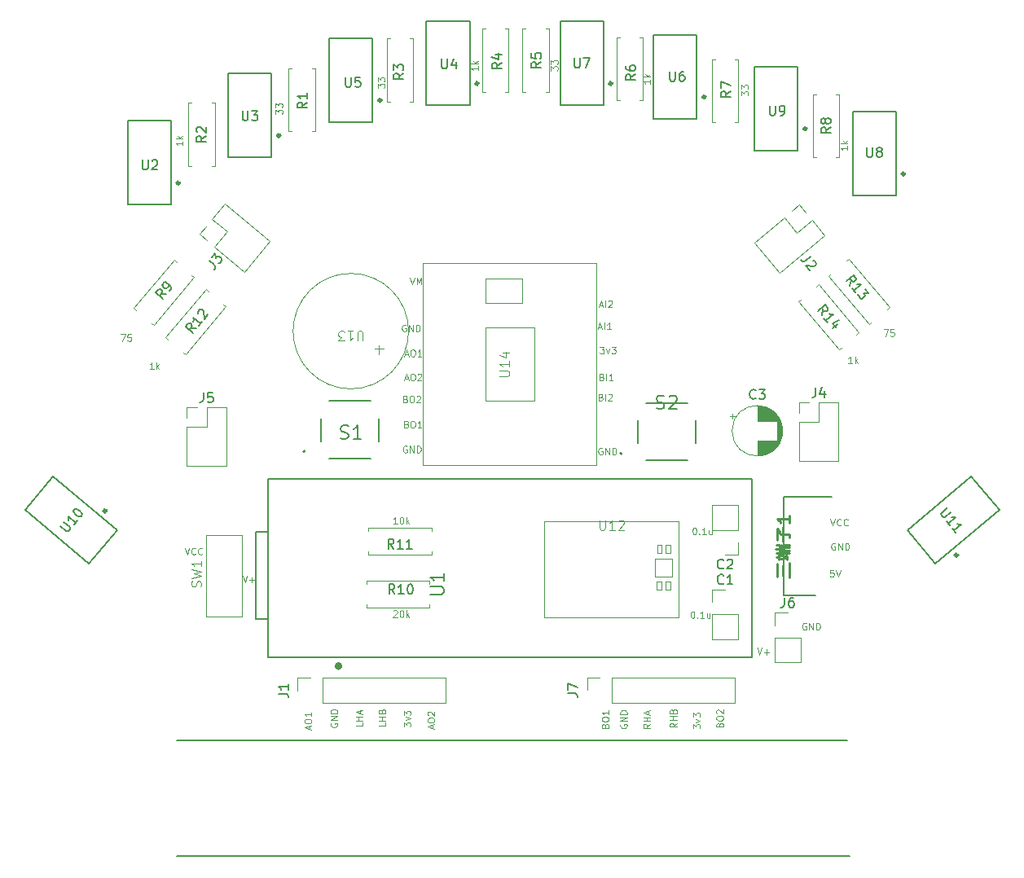
<source format=gto>
%TF.GenerationSoftware,KiCad,Pcbnew,7.0.1*%
%TF.CreationDate,2023-05-16T11:07:40+09:00*%
%TF.ProjectId,trace,74726163-652e-46b6-9963-61645f706362,rev?*%
%TF.SameCoordinates,Original*%
%TF.FileFunction,Legend,Top*%
%TF.FilePolarity,Positive*%
%FSLAX46Y46*%
G04 Gerber Fmt 4.6, Leading zero omitted, Abs format (unit mm)*
G04 Created by KiCad (PCBNEW 7.0.1) date 2023-05-16 11:07:40*
%MOMM*%
%LPD*%
G01*
G04 APERTURE LIST*
%ADD10C,0.150000*%
%ADD11C,0.100000*%
%ADD12C,0.254000*%
%ADD13C,0.120000*%
%ADD14C,0.127000*%
%ADD15C,0.300000*%
%ADD16C,0.400000*%
%ADD17C,0.200000*%
G04 APERTURE END LIST*
D10*
X134217500Y-125992500D02*
X168917500Y-125992500D01*
X134217500Y-138092500D02*
X99217500Y-138092500D01*
X107400000Y-113400000D02*
X108700000Y-113400000D01*
X108600000Y-104400000D02*
X107400000Y-104400000D01*
X134217500Y-138092500D02*
X169200000Y-138092500D01*
X107400000Y-104400000D02*
X107400000Y-113400000D01*
X134217500Y-125992500D02*
X99217500Y-125992500D01*
D11*
X143400000Y-88247666D02*
X143500000Y-88281000D01*
X143500000Y-88281000D02*
X143533333Y-88314333D01*
X143533333Y-88314333D02*
X143566666Y-88381000D01*
X143566666Y-88381000D02*
X143566666Y-88481000D01*
X143566666Y-88481000D02*
X143533333Y-88547666D01*
X143533333Y-88547666D02*
X143500000Y-88581000D01*
X143500000Y-88581000D02*
X143433333Y-88614333D01*
X143433333Y-88614333D02*
X143166666Y-88614333D01*
X143166666Y-88614333D02*
X143166666Y-87914333D01*
X143166666Y-87914333D02*
X143400000Y-87914333D01*
X143400000Y-87914333D02*
X143466666Y-87947666D01*
X143466666Y-87947666D02*
X143500000Y-87981000D01*
X143500000Y-87981000D02*
X143533333Y-88047666D01*
X143533333Y-88047666D02*
X143533333Y-88114333D01*
X143533333Y-88114333D02*
X143500000Y-88181000D01*
X143500000Y-88181000D02*
X143466666Y-88214333D01*
X143466666Y-88214333D02*
X143400000Y-88247666D01*
X143400000Y-88247666D02*
X143166666Y-88247666D01*
X143866666Y-88614333D02*
X143866666Y-87914333D01*
X144566666Y-88614333D02*
X144166666Y-88614333D01*
X144366666Y-88614333D02*
X144366666Y-87914333D01*
X144366666Y-87914333D02*
X144299999Y-88014333D01*
X144299999Y-88014333D02*
X144233333Y-88081000D01*
X144233333Y-88081000D02*
X144166666Y-88114333D01*
X159566666Y-116414333D02*
X159800000Y-117114333D01*
X159800000Y-117114333D02*
X160033333Y-116414333D01*
X160266666Y-116847666D02*
X160800000Y-116847666D01*
X160533333Y-117114333D02*
X160533333Y-116581000D01*
X172700000Y-83314333D02*
X173166666Y-83314333D01*
X173166666Y-83314333D02*
X172866666Y-84014333D01*
X173766667Y-83314333D02*
X173433333Y-83314333D01*
X173433333Y-83314333D02*
X173400000Y-83647666D01*
X173400000Y-83647666D02*
X173433333Y-83614333D01*
X173433333Y-83614333D02*
X173500000Y-83581000D01*
X173500000Y-83581000D02*
X173666667Y-83581000D01*
X173666667Y-83581000D02*
X173733333Y-83614333D01*
X173733333Y-83614333D02*
X173766667Y-83647666D01*
X173766667Y-83647666D02*
X173800000Y-83714333D01*
X173800000Y-83714333D02*
X173800000Y-83881000D01*
X173800000Y-83881000D02*
X173766667Y-83947666D01*
X173766667Y-83947666D02*
X173733333Y-83981000D01*
X173733333Y-83981000D02*
X173666667Y-84014333D01*
X173666667Y-84014333D02*
X173500000Y-84014333D01*
X173500000Y-84014333D02*
X173433333Y-83981000D01*
X173433333Y-83981000D02*
X173400000Y-83947666D01*
X153000000Y-103914333D02*
X153066666Y-103914333D01*
X153066666Y-103914333D02*
X153133333Y-103947666D01*
X153133333Y-103947666D02*
X153166666Y-103981000D01*
X153166666Y-103981000D02*
X153200000Y-104047666D01*
X153200000Y-104047666D02*
X153233333Y-104181000D01*
X153233333Y-104181000D02*
X153233333Y-104347666D01*
X153233333Y-104347666D02*
X153200000Y-104481000D01*
X153200000Y-104481000D02*
X153166666Y-104547666D01*
X153166666Y-104547666D02*
X153133333Y-104581000D01*
X153133333Y-104581000D02*
X153066666Y-104614333D01*
X153066666Y-104614333D02*
X153000000Y-104614333D01*
X153000000Y-104614333D02*
X152933333Y-104581000D01*
X152933333Y-104581000D02*
X152900000Y-104547666D01*
X152900000Y-104547666D02*
X152866666Y-104481000D01*
X152866666Y-104481000D02*
X152833333Y-104347666D01*
X152833333Y-104347666D02*
X152833333Y-104181000D01*
X152833333Y-104181000D02*
X152866666Y-104047666D01*
X152866666Y-104047666D02*
X152900000Y-103981000D01*
X152900000Y-103981000D02*
X152933333Y-103947666D01*
X152933333Y-103947666D02*
X153000000Y-103914333D01*
X153533333Y-104547666D02*
X153566667Y-104581000D01*
X153566667Y-104581000D02*
X153533333Y-104614333D01*
X153533333Y-104614333D02*
X153500000Y-104581000D01*
X153500000Y-104581000D02*
X153533333Y-104547666D01*
X153533333Y-104547666D02*
X153533333Y-104614333D01*
X154233333Y-104614333D02*
X153833333Y-104614333D01*
X154033333Y-104614333D02*
X154033333Y-103914333D01*
X154033333Y-103914333D02*
X153966666Y-104014333D01*
X153966666Y-104014333D02*
X153900000Y-104081000D01*
X153900000Y-104081000D02*
X153833333Y-104114333D01*
X154833333Y-104147666D02*
X154833333Y-104614333D01*
X154533333Y-104147666D02*
X154533333Y-104514333D01*
X154533333Y-104514333D02*
X154566667Y-104581000D01*
X154566667Y-104581000D02*
X154633333Y-104614333D01*
X154633333Y-104614333D02*
X154733333Y-104614333D01*
X154733333Y-104614333D02*
X154800000Y-104581000D01*
X154800000Y-104581000D02*
X154833333Y-104547666D01*
X143033333Y-83114333D02*
X143366666Y-83114333D01*
X142966666Y-83314333D02*
X143200000Y-82614333D01*
X143200000Y-82614333D02*
X143433333Y-83314333D01*
X143666666Y-83314333D02*
X143666666Y-82614333D01*
X144366666Y-83314333D02*
X143966666Y-83314333D01*
X144166666Y-83314333D02*
X144166666Y-82614333D01*
X144166666Y-82614333D02*
X144099999Y-82714333D01*
X144099999Y-82714333D02*
X144033333Y-82781000D01*
X144033333Y-82781000D02*
X143966666Y-82814333D01*
X167166666Y-103014333D02*
X167400000Y-103714333D01*
X167400000Y-103714333D02*
X167633333Y-103014333D01*
X168266666Y-103647666D02*
X168233333Y-103681000D01*
X168233333Y-103681000D02*
X168133333Y-103714333D01*
X168133333Y-103714333D02*
X168066666Y-103714333D01*
X168066666Y-103714333D02*
X167966666Y-103681000D01*
X167966666Y-103681000D02*
X167900000Y-103614333D01*
X167900000Y-103614333D02*
X167866666Y-103547666D01*
X167866666Y-103547666D02*
X167833333Y-103414333D01*
X167833333Y-103414333D02*
X167833333Y-103314333D01*
X167833333Y-103314333D02*
X167866666Y-103181000D01*
X167866666Y-103181000D02*
X167900000Y-103114333D01*
X167900000Y-103114333D02*
X167966666Y-103047666D01*
X167966666Y-103047666D02*
X168066666Y-103014333D01*
X168066666Y-103014333D02*
X168133333Y-103014333D01*
X168133333Y-103014333D02*
X168233333Y-103047666D01*
X168233333Y-103047666D02*
X168266666Y-103081000D01*
X168966666Y-103647666D02*
X168933333Y-103681000D01*
X168933333Y-103681000D02*
X168833333Y-103714333D01*
X168833333Y-103714333D02*
X168766666Y-103714333D01*
X168766666Y-103714333D02*
X168666666Y-103681000D01*
X168666666Y-103681000D02*
X168600000Y-103614333D01*
X168600000Y-103614333D02*
X168566666Y-103547666D01*
X168566666Y-103547666D02*
X168533333Y-103414333D01*
X168533333Y-103414333D02*
X168533333Y-103314333D01*
X168533333Y-103314333D02*
X168566666Y-103181000D01*
X168566666Y-103181000D02*
X168600000Y-103114333D01*
X168600000Y-103114333D02*
X168666666Y-103047666D01*
X168666666Y-103047666D02*
X168766666Y-103014333D01*
X168766666Y-103014333D02*
X168833333Y-103014333D01*
X168833333Y-103014333D02*
X168933333Y-103047666D01*
X168933333Y-103047666D02*
X168966666Y-103081000D01*
X96833333Y-87414333D02*
X96433333Y-87414333D01*
X96633333Y-87414333D02*
X96633333Y-86714333D01*
X96633333Y-86714333D02*
X96566666Y-86814333D01*
X96566666Y-86814333D02*
X96500000Y-86881000D01*
X96500000Y-86881000D02*
X96433333Y-86914333D01*
X97133333Y-87414333D02*
X97133333Y-86714333D01*
X97200000Y-87147666D02*
X97400000Y-87414333D01*
X97400000Y-86947666D02*
X97133333Y-87214333D01*
X120114333Y-58200000D02*
X120114333Y-57766666D01*
X120114333Y-57766666D02*
X120381000Y-58000000D01*
X120381000Y-58000000D02*
X120381000Y-57900000D01*
X120381000Y-57900000D02*
X120414333Y-57833333D01*
X120414333Y-57833333D02*
X120447666Y-57800000D01*
X120447666Y-57800000D02*
X120514333Y-57766666D01*
X120514333Y-57766666D02*
X120681000Y-57766666D01*
X120681000Y-57766666D02*
X120747666Y-57800000D01*
X120747666Y-57800000D02*
X120781000Y-57833333D01*
X120781000Y-57833333D02*
X120814333Y-57900000D01*
X120814333Y-57900000D02*
X120814333Y-58100000D01*
X120814333Y-58100000D02*
X120781000Y-58166666D01*
X120781000Y-58166666D02*
X120747666Y-58200000D01*
X120114333Y-57533333D02*
X120114333Y-57099999D01*
X120114333Y-57099999D02*
X120381000Y-57333333D01*
X120381000Y-57333333D02*
X120381000Y-57233333D01*
X120381000Y-57233333D02*
X120414333Y-57166666D01*
X120414333Y-57166666D02*
X120447666Y-57133333D01*
X120447666Y-57133333D02*
X120514333Y-57099999D01*
X120514333Y-57099999D02*
X120681000Y-57099999D01*
X120681000Y-57099999D02*
X120747666Y-57133333D01*
X120747666Y-57133333D02*
X120781000Y-57166666D01*
X120781000Y-57166666D02*
X120814333Y-57233333D01*
X120814333Y-57233333D02*
X120814333Y-57433333D01*
X120814333Y-57433333D02*
X120781000Y-57499999D01*
X120781000Y-57499999D02*
X120747666Y-57533333D01*
X148414333Y-124333333D02*
X148081000Y-124566666D01*
X148414333Y-124733333D02*
X147714333Y-124733333D01*
X147714333Y-124733333D02*
X147714333Y-124466666D01*
X147714333Y-124466666D02*
X147747666Y-124400000D01*
X147747666Y-124400000D02*
X147781000Y-124366666D01*
X147781000Y-124366666D02*
X147847666Y-124333333D01*
X147847666Y-124333333D02*
X147947666Y-124333333D01*
X147947666Y-124333333D02*
X148014333Y-124366666D01*
X148014333Y-124366666D02*
X148047666Y-124400000D01*
X148047666Y-124400000D02*
X148081000Y-124466666D01*
X148081000Y-124466666D02*
X148081000Y-124733333D01*
X148414333Y-124033333D02*
X147714333Y-124033333D01*
X148047666Y-124033333D02*
X148047666Y-123633333D01*
X148414333Y-123633333D02*
X147714333Y-123633333D01*
X148214333Y-123333333D02*
X148214333Y-123000000D01*
X148414333Y-123400000D02*
X147714333Y-123166667D01*
X147714333Y-123166667D02*
X148414333Y-122933333D01*
X122933333Y-88414333D02*
X123266666Y-88414333D01*
X122866666Y-88614333D02*
X123100000Y-87914333D01*
X123100000Y-87914333D02*
X123333333Y-88614333D01*
X123700000Y-87914333D02*
X123833333Y-87914333D01*
X123833333Y-87914333D02*
X123900000Y-87947666D01*
X123900000Y-87947666D02*
X123966666Y-88014333D01*
X123966666Y-88014333D02*
X124000000Y-88147666D01*
X124000000Y-88147666D02*
X124000000Y-88381000D01*
X124000000Y-88381000D02*
X123966666Y-88514333D01*
X123966666Y-88514333D02*
X123900000Y-88581000D01*
X123900000Y-88581000D02*
X123833333Y-88614333D01*
X123833333Y-88614333D02*
X123700000Y-88614333D01*
X123700000Y-88614333D02*
X123633333Y-88581000D01*
X123633333Y-88581000D02*
X123566666Y-88514333D01*
X123566666Y-88514333D02*
X123533333Y-88381000D01*
X123533333Y-88381000D02*
X123533333Y-88147666D01*
X123533333Y-88147666D02*
X123566666Y-88014333D01*
X123566666Y-88014333D02*
X123633333Y-87947666D01*
X123633333Y-87947666D02*
X123700000Y-87914333D01*
X124266666Y-87981000D02*
X124299999Y-87947666D01*
X124299999Y-87947666D02*
X124366666Y-87914333D01*
X124366666Y-87914333D02*
X124533333Y-87914333D01*
X124533333Y-87914333D02*
X124599999Y-87947666D01*
X124599999Y-87947666D02*
X124633333Y-87981000D01*
X124633333Y-87981000D02*
X124666666Y-88047666D01*
X124666666Y-88047666D02*
X124666666Y-88114333D01*
X124666666Y-88114333D02*
X124633333Y-88214333D01*
X124633333Y-88214333D02*
X124233333Y-88614333D01*
X124233333Y-88614333D02*
X124666666Y-88614333D01*
X167500000Y-108314333D02*
X167166666Y-108314333D01*
X167166666Y-108314333D02*
X167133333Y-108647666D01*
X167133333Y-108647666D02*
X167166666Y-108614333D01*
X167166666Y-108614333D02*
X167233333Y-108581000D01*
X167233333Y-108581000D02*
X167400000Y-108581000D01*
X167400000Y-108581000D02*
X167466666Y-108614333D01*
X167466666Y-108614333D02*
X167500000Y-108647666D01*
X167500000Y-108647666D02*
X167533333Y-108714333D01*
X167533333Y-108714333D02*
X167533333Y-108881000D01*
X167533333Y-108881000D02*
X167500000Y-108947666D01*
X167500000Y-108947666D02*
X167466666Y-108981000D01*
X167466666Y-108981000D02*
X167400000Y-109014333D01*
X167400000Y-109014333D02*
X167233333Y-109014333D01*
X167233333Y-109014333D02*
X167166666Y-108981000D01*
X167166666Y-108981000D02*
X167133333Y-108947666D01*
X167733333Y-108314333D02*
X167966667Y-109014333D01*
X167966667Y-109014333D02*
X168200000Y-108314333D01*
X143300000Y-90347666D02*
X143400000Y-90381000D01*
X143400000Y-90381000D02*
X143433333Y-90414333D01*
X143433333Y-90414333D02*
X143466666Y-90481000D01*
X143466666Y-90481000D02*
X143466666Y-90581000D01*
X143466666Y-90581000D02*
X143433333Y-90647666D01*
X143433333Y-90647666D02*
X143400000Y-90681000D01*
X143400000Y-90681000D02*
X143333333Y-90714333D01*
X143333333Y-90714333D02*
X143066666Y-90714333D01*
X143066666Y-90714333D02*
X143066666Y-90014333D01*
X143066666Y-90014333D02*
X143300000Y-90014333D01*
X143300000Y-90014333D02*
X143366666Y-90047666D01*
X143366666Y-90047666D02*
X143400000Y-90081000D01*
X143400000Y-90081000D02*
X143433333Y-90147666D01*
X143433333Y-90147666D02*
X143433333Y-90214333D01*
X143433333Y-90214333D02*
X143400000Y-90281000D01*
X143400000Y-90281000D02*
X143366666Y-90314333D01*
X143366666Y-90314333D02*
X143300000Y-90347666D01*
X143300000Y-90347666D02*
X143066666Y-90347666D01*
X143766666Y-90714333D02*
X143766666Y-90014333D01*
X144066666Y-90081000D02*
X144099999Y-90047666D01*
X144099999Y-90047666D02*
X144166666Y-90014333D01*
X144166666Y-90014333D02*
X144333333Y-90014333D01*
X144333333Y-90014333D02*
X144399999Y-90047666D01*
X144399999Y-90047666D02*
X144433333Y-90081000D01*
X144433333Y-90081000D02*
X144466666Y-90147666D01*
X144466666Y-90147666D02*
X144466666Y-90214333D01*
X144466666Y-90214333D02*
X144433333Y-90314333D01*
X144433333Y-90314333D02*
X144033333Y-90714333D01*
X144033333Y-90714333D02*
X144466666Y-90714333D01*
X143200000Y-85114333D02*
X143633333Y-85114333D01*
X143633333Y-85114333D02*
X143400000Y-85381000D01*
X143400000Y-85381000D02*
X143500000Y-85381000D01*
X143500000Y-85381000D02*
X143566666Y-85414333D01*
X143566666Y-85414333D02*
X143600000Y-85447666D01*
X143600000Y-85447666D02*
X143633333Y-85514333D01*
X143633333Y-85514333D02*
X143633333Y-85681000D01*
X143633333Y-85681000D02*
X143600000Y-85747666D01*
X143600000Y-85747666D02*
X143566666Y-85781000D01*
X143566666Y-85781000D02*
X143500000Y-85814333D01*
X143500000Y-85814333D02*
X143300000Y-85814333D01*
X143300000Y-85814333D02*
X143233333Y-85781000D01*
X143233333Y-85781000D02*
X143200000Y-85747666D01*
X143866667Y-85347666D02*
X144033333Y-85814333D01*
X144033333Y-85814333D02*
X144200000Y-85347666D01*
X144400000Y-85114333D02*
X144833333Y-85114333D01*
X144833333Y-85114333D02*
X144600000Y-85381000D01*
X144600000Y-85381000D02*
X144700000Y-85381000D01*
X144700000Y-85381000D02*
X144766666Y-85414333D01*
X144766666Y-85414333D02*
X144800000Y-85447666D01*
X144800000Y-85447666D02*
X144833333Y-85514333D01*
X144833333Y-85514333D02*
X144833333Y-85681000D01*
X144833333Y-85681000D02*
X144800000Y-85747666D01*
X144800000Y-85747666D02*
X144766666Y-85781000D01*
X144766666Y-85781000D02*
X144700000Y-85814333D01*
X144700000Y-85814333D02*
X144500000Y-85814333D01*
X144500000Y-85814333D02*
X144433333Y-85781000D01*
X144433333Y-85781000D02*
X144400000Y-85747666D01*
X169433333Y-86814333D02*
X169033333Y-86814333D01*
X169233333Y-86814333D02*
X169233333Y-86114333D01*
X169233333Y-86114333D02*
X169166666Y-86214333D01*
X169166666Y-86214333D02*
X169100000Y-86281000D01*
X169100000Y-86281000D02*
X169033333Y-86314333D01*
X169733333Y-86814333D02*
X169733333Y-86114333D01*
X169800000Y-86547666D02*
X170000000Y-86814333D01*
X170000000Y-86347666D02*
X169733333Y-86614333D01*
X151180333Y-124233333D02*
X150847000Y-124466666D01*
X151180333Y-124633333D02*
X150480333Y-124633333D01*
X150480333Y-124633333D02*
X150480333Y-124366666D01*
X150480333Y-124366666D02*
X150513666Y-124300000D01*
X150513666Y-124300000D02*
X150547000Y-124266666D01*
X150547000Y-124266666D02*
X150613666Y-124233333D01*
X150613666Y-124233333D02*
X150713666Y-124233333D01*
X150713666Y-124233333D02*
X150780333Y-124266666D01*
X150780333Y-124266666D02*
X150813666Y-124300000D01*
X150813666Y-124300000D02*
X150847000Y-124366666D01*
X150847000Y-124366666D02*
X150847000Y-124633333D01*
X151180333Y-123933333D02*
X150480333Y-123933333D01*
X150813666Y-123933333D02*
X150813666Y-123533333D01*
X151180333Y-123533333D02*
X150480333Y-123533333D01*
X150813666Y-122966667D02*
X150847000Y-122866667D01*
X150847000Y-122866667D02*
X150880333Y-122833333D01*
X150880333Y-122833333D02*
X150947000Y-122800000D01*
X150947000Y-122800000D02*
X151047000Y-122800000D01*
X151047000Y-122800000D02*
X151113666Y-122833333D01*
X151113666Y-122833333D02*
X151147000Y-122866667D01*
X151147000Y-122866667D02*
X151180333Y-122933333D01*
X151180333Y-122933333D02*
X151180333Y-123200000D01*
X151180333Y-123200000D02*
X150480333Y-123200000D01*
X150480333Y-123200000D02*
X150480333Y-122966667D01*
X150480333Y-122966667D02*
X150513666Y-122900000D01*
X150513666Y-122900000D02*
X150547000Y-122866667D01*
X150547000Y-122866667D02*
X150613666Y-122833333D01*
X150613666Y-122833333D02*
X150680333Y-122833333D01*
X150680333Y-122833333D02*
X150747000Y-122866667D01*
X150747000Y-122866667D02*
X150780333Y-122900000D01*
X150780333Y-122900000D02*
X150813666Y-122966667D01*
X150813666Y-122966667D02*
X150813666Y-123200000D01*
X143433333Y-95647666D02*
X143366666Y-95614333D01*
X143366666Y-95614333D02*
X143266666Y-95614333D01*
X143266666Y-95614333D02*
X143166666Y-95647666D01*
X143166666Y-95647666D02*
X143100000Y-95714333D01*
X143100000Y-95714333D02*
X143066666Y-95781000D01*
X143066666Y-95781000D02*
X143033333Y-95914333D01*
X143033333Y-95914333D02*
X143033333Y-96014333D01*
X143033333Y-96014333D02*
X143066666Y-96147666D01*
X143066666Y-96147666D02*
X143100000Y-96214333D01*
X143100000Y-96214333D02*
X143166666Y-96281000D01*
X143166666Y-96281000D02*
X143266666Y-96314333D01*
X143266666Y-96314333D02*
X143333333Y-96314333D01*
X143333333Y-96314333D02*
X143433333Y-96281000D01*
X143433333Y-96281000D02*
X143466666Y-96247666D01*
X143466666Y-96247666D02*
X143466666Y-96014333D01*
X143466666Y-96014333D02*
X143333333Y-96014333D01*
X143766666Y-96314333D02*
X143766666Y-95614333D01*
X143766666Y-95614333D02*
X144166666Y-96314333D01*
X144166666Y-96314333D02*
X144166666Y-95614333D01*
X144499999Y-96314333D02*
X144499999Y-95614333D01*
X144499999Y-95614333D02*
X144666666Y-95614333D01*
X144666666Y-95614333D02*
X144766666Y-95647666D01*
X144766666Y-95647666D02*
X144833333Y-95714333D01*
X144833333Y-95714333D02*
X144866666Y-95781000D01*
X144866666Y-95781000D02*
X144899999Y-95914333D01*
X144899999Y-95914333D02*
X144899999Y-96014333D01*
X144899999Y-96014333D02*
X144866666Y-96147666D01*
X144866666Y-96147666D02*
X144833333Y-96214333D01*
X144833333Y-96214333D02*
X144766666Y-96281000D01*
X144766666Y-96281000D02*
X144666666Y-96314333D01*
X144666666Y-96314333D02*
X144499999Y-96314333D01*
X130514333Y-55966666D02*
X130514333Y-56366666D01*
X130514333Y-56166666D02*
X129814333Y-56166666D01*
X129814333Y-56166666D02*
X129914333Y-56233333D01*
X129914333Y-56233333D02*
X129981000Y-56300000D01*
X129981000Y-56300000D02*
X130014333Y-56366666D01*
X130514333Y-55666666D02*
X129814333Y-55666666D01*
X130247666Y-55599999D02*
X130514333Y-55399999D01*
X130047666Y-55399999D02*
X130314333Y-55666666D01*
X123033333Y-82847666D02*
X122966666Y-82814333D01*
X122966666Y-82814333D02*
X122866666Y-82814333D01*
X122866666Y-82814333D02*
X122766666Y-82847666D01*
X122766666Y-82847666D02*
X122700000Y-82914333D01*
X122700000Y-82914333D02*
X122666666Y-82981000D01*
X122666666Y-82981000D02*
X122633333Y-83114333D01*
X122633333Y-83114333D02*
X122633333Y-83214333D01*
X122633333Y-83214333D02*
X122666666Y-83347666D01*
X122666666Y-83347666D02*
X122700000Y-83414333D01*
X122700000Y-83414333D02*
X122766666Y-83481000D01*
X122766666Y-83481000D02*
X122866666Y-83514333D01*
X122866666Y-83514333D02*
X122933333Y-83514333D01*
X122933333Y-83514333D02*
X123033333Y-83481000D01*
X123033333Y-83481000D02*
X123066666Y-83447666D01*
X123066666Y-83447666D02*
X123066666Y-83214333D01*
X123066666Y-83214333D02*
X122933333Y-83214333D01*
X123366666Y-83514333D02*
X123366666Y-82814333D01*
X123366666Y-82814333D02*
X123766666Y-83514333D01*
X123766666Y-83514333D02*
X123766666Y-82814333D01*
X124099999Y-83514333D02*
X124099999Y-82814333D01*
X124099999Y-82814333D02*
X124266666Y-82814333D01*
X124266666Y-82814333D02*
X124366666Y-82847666D01*
X124366666Y-82847666D02*
X124433333Y-82914333D01*
X124433333Y-82914333D02*
X124466666Y-82981000D01*
X124466666Y-82981000D02*
X124499999Y-83114333D01*
X124499999Y-83114333D02*
X124499999Y-83214333D01*
X124499999Y-83214333D02*
X124466666Y-83347666D01*
X124466666Y-83347666D02*
X124433333Y-83414333D01*
X124433333Y-83414333D02*
X124366666Y-83481000D01*
X124366666Y-83481000D02*
X124266666Y-83514333D01*
X124266666Y-83514333D02*
X124099999Y-83514333D01*
X123100000Y-93147666D02*
X123200000Y-93181000D01*
X123200000Y-93181000D02*
X123233333Y-93214333D01*
X123233333Y-93214333D02*
X123266666Y-93281000D01*
X123266666Y-93281000D02*
X123266666Y-93381000D01*
X123266666Y-93381000D02*
X123233333Y-93447666D01*
X123233333Y-93447666D02*
X123200000Y-93481000D01*
X123200000Y-93481000D02*
X123133333Y-93514333D01*
X123133333Y-93514333D02*
X122866666Y-93514333D01*
X122866666Y-93514333D02*
X122866666Y-92814333D01*
X122866666Y-92814333D02*
X123100000Y-92814333D01*
X123100000Y-92814333D02*
X123166666Y-92847666D01*
X123166666Y-92847666D02*
X123200000Y-92881000D01*
X123200000Y-92881000D02*
X123233333Y-92947666D01*
X123233333Y-92947666D02*
X123233333Y-93014333D01*
X123233333Y-93014333D02*
X123200000Y-93081000D01*
X123200000Y-93081000D02*
X123166666Y-93114333D01*
X123166666Y-93114333D02*
X123100000Y-93147666D01*
X123100000Y-93147666D02*
X122866666Y-93147666D01*
X123700000Y-92814333D02*
X123833333Y-92814333D01*
X123833333Y-92814333D02*
X123900000Y-92847666D01*
X123900000Y-92847666D02*
X123966666Y-92914333D01*
X123966666Y-92914333D02*
X124000000Y-93047666D01*
X124000000Y-93047666D02*
X124000000Y-93281000D01*
X124000000Y-93281000D02*
X123966666Y-93414333D01*
X123966666Y-93414333D02*
X123900000Y-93481000D01*
X123900000Y-93481000D02*
X123833333Y-93514333D01*
X123833333Y-93514333D02*
X123700000Y-93514333D01*
X123700000Y-93514333D02*
X123633333Y-93481000D01*
X123633333Y-93481000D02*
X123566666Y-93414333D01*
X123566666Y-93414333D02*
X123533333Y-93281000D01*
X123533333Y-93281000D02*
X123533333Y-93047666D01*
X123533333Y-93047666D02*
X123566666Y-92914333D01*
X123566666Y-92914333D02*
X123633333Y-92847666D01*
X123633333Y-92847666D02*
X123700000Y-92814333D01*
X124666666Y-93514333D02*
X124266666Y-93514333D01*
X124466666Y-93514333D02*
X124466666Y-92814333D01*
X124466666Y-92814333D02*
X124399999Y-92914333D01*
X124399999Y-92914333D02*
X124333333Y-92981000D01*
X124333333Y-92981000D02*
X124266666Y-93014333D01*
X123133333Y-95447666D02*
X123066666Y-95414333D01*
X123066666Y-95414333D02*
X122966666Y-95414333D01*
X122966666Y-95414333D02*
X122866666Y-95447666D01*
X122866666Y-95447666D02*
X122800000Y-95514333D01*
X122800000Y-95514333D02*
X122766666Y-95581000D01*
X122766666Y-95581000D02*
X122733333Y-95714333D01*
X122733333Y-95714333D02*
X122733333Y-95814333D01*
X122733333Y-95814333D02*
X122766666Y-95947666D01*
X122766666Y-95947666D02*
X122800000Y-96014333D01*
X122800000Y-96014333D02*
X122866666Y-96081000D01*
X122866666Y-96081000D02*
X122966666Y-96114333D01*
X122966666Y-96114333D02*
X123033333Y-96114333D01*
X123033333Y-96114333D02*
X123133333Y-96081000D01*
X123133333Y-96081000D02*
X123166666Y-96047666D01*
X123166666Y-96047666D02*
X123166666Y-95814333D01*
X123166666Y-95814333D02*
X123033333Y-95814333D01*
X123466666Y-96114333D02*
X123466666Y-95414333D01*
X123466666Y-95414333D02*
X123866666Y-96114333D01*
X123866666Y-96114333D02*
X123866666Y-95414333D01*
X124199999Y-96114333D02*
X124199999Y-95414333D01*
X124199999Y-95414333D02*
X124366666Y-95414333D01*
X124366666Y-95414333D02*
X124466666Y-95447666D01*
X124466666Y-95447666D02*
X124533333Y-95514333D01*
X124533333Y-95514333D02*
X124566666Y-95581000D01*
X124566666Y-95581000D02*
X124599999Y-95714333D01*
X124599999Y-95714333D02*
X124599999Y-95814333D01*
X124599999Y-95814333D02*
X124566666Y-95947666D01*
X124566666Y-95947666D02*
X124533333Y-96014333D01*
X124533333Y-96014333D02*
X124466666Y-96081000D01*
X124466666Y-96081000D02*
X124366666Y-96114333D01*
X124366666Y-96114333D02*
X124199999Y-96114333D01*
X152800000Y-112614333D02*
X152866666Y-112614333D01*
X152866666Y-112614333D02*
X152933333Y-112647666D01*
X152933333Y-112647666D02*
X152966666Y-112681000D01*
X152966666Y-112681000D02*
X153000000Y-112747666D01*
X153000000Y-112747666D02*
X153033333Y-112881000D01*
X153033333Y-112881000D02*
X153033333Y-113047666D01*
X153033333Y-113047666D02*
X153000000Y-113181000D01*
X153000000Y-113181000D02*
X152966666Y-113247666D01*
X152966666Y-113247666D02*
X152933333Y-113281000D01*
X152933333Y-113281000D02*
X152866666Y-113314333D01*
X152866666Y-113314333D02*
X152800000Y-113314333D01*
X152800000Y-113314333D02*
X152733333Y-113281000D01*
X152733333Y-113281000D02*
X152700000Y-113247666D01*
X152700000Y-113247666D02*
X152666666Y-113181000D01*
X152666666Y-113181000D02*
X152633333Y-113047666D01*
X152633333Y-113047666D02*
X152633333Y-112881000D01*
X152633333Y-112881000D02*
X152666666Y-112747666D01*
X152666666Y-112747666D02*
X152700000Y-112681000D01*
X152700000Y-112681000D02*
X152733333Y-112647666D01*
X152733333Y-112647666D02*
X152800000Y-112614333D01*
X153333333Y-113247666D02*
X153366667Y-113281000D01*
X153366667Y-113281000D02*
X153333333Y-113314333D01*
X153333333Y-113314333D02*
X153300000Y-113281000D01*
X153300000Y-113281000D02*
X153333333Y-113247666D01*
X153333333Y-113247666D02*
X153333333Y-113314333D01*
X154033333Y-113314333D02*
X153633333Y-113314333D01*
X153833333Y-113314333D02*
X153833333Y-112614333D01*
X153833333Y-112614333D02*
X153766666Y-112714333D01*
X153766666Y-112714333D02*
X153700000Y-112781000D01*
X153700000Y-112781000D02*
X153633333Y-112814333D01*
X154633333Y-112847666D02*
X154633333Y-113314333D01*
X154333333Y-112847666D02*
X154333333Y-113214333D01*
X154333333Y-113214333D02*
X154366667Y-113281000D01*
X154366667Y-113281000D02*
X154433333Y-113314333D01*
X154433333Y-113314333D02*
X154533333Y-113314333D01*
X154533333Y-113314333D02*
X154600000Y-113281000D01*
X154600000Y-113281000D02*
X154633333Y-113247666D01*
X148414333Y-57366666D02*
X148414333Y-57766666D01*
X148414333Y-57566666D02*
X147714333Y-57566666D01*
X147714333Y-57566666D02*
X147814333Y-57633333D01*
X147814333Y-57633333D02*
X147881000Y-57700000D01*
X147881000Y-57700000D02*
X147914333Y-57766666D01*
X148414333Y-57066666D02*
X147714333Y-57066666D01*
X148147666Y-56999999D02*
X148414333Y-56799999D01*
X147947666Y-56799999D02*
X148214333Y-57066666D01*
X143133333Y-80814333D02*
X143466666Y-80814333D01*
X143066666Y-81014333D02*
X143300000Y-80314333D01*
X143300000Y-80314333D02*
X143533333Y-81014333D01*
X143766666Y-81014333D02*
X143766666Y-80314333D01*
X144066666Y-80381000D02*
X144099999Y-80347666D01*
X144099999Y-80347666D02*
X144166666Y-80314333D01*
X144166666Y-80314333D02*
X144333333Y-80314333D01*
X144333333Y-80314333D02*
X144399999Y-80347666D01*
X144399999Y-80347666D02*
X144433333Y-80381000D01*
X144433333Y-80381000D02*
X144466666Y-80447666D01*
X144466666Y-80447666D02*
X144466666Y-80514333D01*
X144466666Y-80514333D02*
X144433333Y-80614333D01*
X144433333Y-80614333D02*
X144033333Y-81014333D01*
X144033333Y-81014333D02*
X144466666Y-81014333D01*
X123466666Y-77914333D02*
X123700000Y-78614333D01*
X123700000Y-78614333D02*
X123933333Y-77914333D01*
X124166666Y-78614333D02*
X124166666Y-77914333D01*
X124166666Y-77914333D02*
X124400000Y-78414333D01*
X124400000Y-78414333D02*
X124633333Y-77914333D01*
X124633333Y-77914333D02*
X124633333Y-78614333D01*
X99814333Y-63766666D02*
X99814333Y-64166666D01*
X99814333Y-63966666D02*
X99114333Y-63966666D01*
X99114333Y-63966666D02*
X99214333Y-64033333D01*
X99214333Y-64033333D02*
X99281000Y-64100000D01*
X99281000Y-64100000D02*
X99314333Y-64166666D01*
X99814333Y-63466666D02*
X99114333Y-63466666D01*
X99547666Y-63399999D02*
X99814333Y-63199999D01*
X99347666Y-63199999D02*
X99614333Y-63466666D01*
X93400000Y-83814333D02*
X93866666Y-83814333D01*
X93866666Y-83814333D02*
X93566666Y-84514333D01*
X94466667Y-83814333D02*
X94133333Y-83814333D01*
X94133333Y-83814333D02*
X94100000Y-84147666D01*
X94100000Y-84147666D02*
X94133333Y-84114333D01*
X94133333Y-84114333D02*
X94200000Y-84081000D01*
X94200000Y-84081000D02*
X94366667Y-84081000D01*
X94366667Y-84081000D02*
X94433333Y-84114333D01*
X94433333Y-84114333D02*
X94466667Y-84147666D01*
X94466667Y-84147666D02*
X94500000Y-84214333D01*
X94500000Y-84214333D02*
X94500000Y-84381000D01*
X94500000Y-84381000D02*
X94466667Y-84447666D01*
X94466667Y-84447666D02*
X94433333Y-84481000D01*
X94433333Y-84481000D02*
X94366667Y-84514333D01*
X94366667Y-84514333D02*
X94200000Y-84514333D01*
X94200000Y-84514333D02*
X94133333Y-84481000D01*
X94133333Y-84481000D02*
X94100000Y-84447666D01*
X164633333Y-113847666D02*
X164566666Y-113814333D01*
X164566666Y-113814333D02*
X164466666Y-113814333D01*
X164466666Y-113814333D02*
X164366666Y-113847666D01*
X164366666Y-113847666D02*
X164300000Y-113914333D01*
X164300000Y-113914333D02*
X164266666Y-113981000D01*
X164266666Y-113981000D02*
X164233333Y-114114333D01*
X164233333Y-114114333D02*
X164233333Y-114214333D01*
X164233333Y-114214333D02*
X164266666Y-114347666D01*
X164266666Y-114347666D02*
X164300000Y-114414333D01*
X164300000Y-114414333D02*
X164366666Y-114481000D01*
X164366666Y-114481000D02*
X164466666Y-114514333D01*
X164466666Y-114514333D02*
X164533333Y-114514333D01*
X164533333Y-114514333D02*
X164633333Y-114481000D01*
X164633333Y-114481000D02*
X164666666Y-114447666D01*
X164666666Y-114447666D02*
X164666666Y-114214333D01*
X164666666Y-114214333D02*
X164533333Y-114214333D01*
X164966666Y-114514333D02*
X164966666Y-113814333D01*
X164966666Y-113814333D02*
X165366666Y-114514333D01*
X165366666Y-114514333D02*
X165366666Y-113814333D01*
X165699999Y-114514333D02*
X165699999Y-113814333D01*
X165699999Y-113814333D02*
X165866666Y-113814333D01*
X165866666Y-113814333D02*
X165966666Y-113847666D01*
X165966666Y-113847666D02*
X166033333Y-113914333D01*
X166033333Y-113914333D02*
X166066666Y-113981000D01*
X166066666Y-113981000D02*
X166099999Y-114114333D01*
X166099999Y-114114333D02*
X166099999Y-114214333D01*
X166099999Y-114214333D02*
X166066666Y-114347666D01*
X166066666Y-114347666D02*
X166033333Y-114414333D01*
X166033333Y-114414333D02*
X165966666Y-114481000D01*
X165966666Y-114481000D02*
X165866666Y-114514333D01*
X165866666Y-114514333D02*
X165699999Y-114514333D01*
X138114333Y-56400000D02*
X138114333Y-55966666D01*
X138114333Y-55966666D02*
X138381000Y-56200000D01*
X138381000Y-56200000D02*
X138381000Y-56100000D01*
X138381000Y-56100000D02*
X138414333Y-56033333D01*
X138414333Y-56033333D02*
X138447666Y-56000000D01*
X138447666Y-56000000D02*
X138514333Y-55966666D01*
X138514333Y-55966666D02*
X138681000Y-55966666D01*
X138681000Y-55966666D02*
X138747666Y-56000000D01*
X138747666Y-56000000D02*
X138781000Y-56033333D01*
X138781000Y-56033333D02*
X138814333Y-56100000D01*
X138814333Y-56100000D02*
X138814333Y-56300000D01*
X138814333Y-56300000D02*
X138781000Y-56366666D01*
X138781000Y-56366666D02*
X138747666Y-56400000D01*
X138114333Y-55733333D02*
X138114333Y-55299999D01*
X138114333Y-55299999D02*
X138381000Y-55533333D01*
X138381000Y-55533333D02*
X138381000Y-55433333D01*
X138381000Y-55433333D02*
X138414333Y-55366666D01*
X138414333Y-55366666D02*
X138447666Y-55333333D01*
X138447666Y-55333333D02*
X138514333Y-55299999D01*
X138514333Y-55299999D02*
X138681000Y-55299999D01*
X138681000Y-55299999D02*
X138747666Y-55333333D01*
X138747666Y-55333333D02*
X138781000Y-55366666D01*
X138781000Y-55366666D02*
X138814333Y-55433333D01*
X138814333Y-55433333D02*
X138814333Y-55633333D01*
X138814333Y-55633333D02*
X138781000Y-55699999D01*
X138781000Y-55699999D02*
X138747666Y-55733333D01*
X106066666Y-108914333D02*
X106300000Y-109614333D01*
X106300000Y-109614333D02*
X106533333Y-108914333D01*
X106766666Y-109347666D02*
X107300000Y-109347666D01*
X107033333Y-109614333D02*
X107033333Y-109081000D01*
X115247666Y-124266666D02*
X115214333Y-124333333D01*
X115214333Y-124333333D02*
X115214333Y-124433333D01*
X115214333Y-124433333D02*
X115247666Y-124533333D01*
X115247666Y-124533333D02*
X115314333Y-124600000D01*
X115314333Y-124600000D02*
X115381000Y-124633333D01*
X115381000Y-124633333D02*
X115514333Y-124666666D01*
X115514333Y-124666666D02*
X115614333Y-124666666D01*
X115614333Y-124666666D02*
X115747666Y-124633333D01*
X115747666Y-124633333D02*
X115814333Y-124600000D01*
X115814333Y-124600000D02*
X115881000Y-124533333D01*
X115881000Y-124533333D02*
X115914333Y-124433333D01*
X115914333Y-124433333D02*
X115914333Y-124366666D01*
X115914333Y-124366666D02*
X115881000Y-124266666D01*
X115881000Y-124266666D02*
X115847666Y-124233333D01*
X115847666Y-124233333D02*
X115614333Y-124233333D01*
X115614333Y-124233333D02*
X115614333Y-124366666D01*
X115914333Y-123933333D02*
X115214333Y-123933333D01*
X115214333Y-123933333D02*
X115914333Y-123533333D01*
X115914333Y-123533333D02*
X115214333Y-123533333D01*
X115914333Y-123200000D02*
X115214333Y-123200000D01*
X115214333Y-123200000D02*
X115214333Y-123033333D01*
X115214333Y-123033333D02*
X115247666Y-122933333D01*
X115247666Y-122933333D02*
X115314333Y-122866667D01*
X115314333Y-122866667D02*
X115381000Y-122833333D01*
X115381000Y-122833333D02*
X115514333Y-122800000D01*
X115514333Y-122800000D02*
X115614333Y-122800000D01*
X115614333Y-122800000D02*
X115747666Y-122833333D01*
X115747666Y-122833333D02*
X115814333Y-122866667D01*
X115814333Y-122866667D02*
X115881000Y-122933333D01*
X115881000Y-122933333D02*
X115914333Y-123033333D01*
X115914333Y-123033333D02*
X115914333Y-123200000D01*
X152914333Y-124800000D02*
X152914333Y-124366666D01*
X152914333Y-124366666D02*
X153181000Y-124600000D01*
X153181000Y-124600000D02*
X153181000Y-124500000D01*
X153181000Y-124500000D02*
X153214333Y-124433333D01*
X153214333Y-124433333D02*
X153247666Y-124400000D01*
X153247666Y-124400000D02*
X153314333Y-124366666D01*
X153314333Y-124366666D02*
X153481000Y-124366666D01*
X153481000Y-124366666D02*
X153547666Y-124400000D01*
X153547666Y-124400000D02*
X153581000Y-124433333D01*
X153581000Y-124433333D02*
X153614333Y-124500000D01*
X153614333Y-124500000D02*
X153614333Y-124700000D01*
X153614333Y-124700000D02*
X153581000Y-124766666D01*
X153581000Y-124766666D02*
X153547666Y-124800000D01*
X153147666Y-124133333D02*
X153614333Y-123966666D01*
X153614333Y-123966666D02*
X153147666Y-123799999D01*
X152914333Y-123600000D02*
X152914333Y-123166666D01*
X152914333Y-123166666D02*
X153181000Y-123400000D01*
X153181000Y-123400000D02*
X153181000Y-123300000D01*
X153181000Y-123300000D02*
X153214333Y-123233333D01*
X153214333Y-123233333D02*
X153247666Y-123200000D01*
X153247666Y-123200000D02*
X153314333Y-123166666D01*
X153314333Y-123166666D02*
X153481000Y-123166666D01*
X153481000Y-123166666D02*
X153547666Y-123200000D01*
X153547666Y-123200000D02*
X153581000Y-123233333D01*
X153581000Y-123233333D02*
X153614333Y-123300000D01*
X153614333Y-123300000D02*
X153614333Y-123500000D01*
X153614333Y-123500000D02*
X153581000Y-123566666D01*
X153581000Y-123566666D02*
X153547666Y-123600000D01*
X123000000Y-90547666D02*
X123100000Y-90581000D01*
X123100000Y-90581000D02*
X123133333Y-90614333D01*
X123133333Y-90614333D02*
X123166666Y-90681000D01*
X123166666Y-90681000D02*
X123166666Y-90781000D01*
X123166666Y-90781000D02*
X123133333Y-90847666D01*
X123133333Y-90847666D02*
X123100000Y-90881000D01*
X123100000Y-90881000D02*
X123033333Y-90914333D01*
X123033333Y-90914333D02*
X122766666Y-90914333D01*
X122766666Y-90914333D02*
X122766666Y-90214333D01*
X122766666Y-90214333D02*
X123000000Y-90214333D01*
X123000000Y-90214333D02*
X123066666Y-90247666D01*
X123066666Y-90247666D02*
X123100000Y-90281000D01*
X123100000Y-90281000D02*
X123133333Y-90347666D01*
X123133333Y-90347666D02*
X123133333Y-90414333D01*
X123133333Y-90414333D02*
X123100000Y-90481000D01*
X123100000Y-90481000D02*
X123066666Y-90514333D01*
X123066666Y-90514333D02*
X123000000Y-90547666D01*
X123000000Y-90547666D02*
X122766666Y-90547666D01*
X123600000Y-90214333D02*
X123733333Y-90214333D01*
X123733333Y-90214333D02*
X123800000Y-90247666D01*
X123800000Y-90247666D02*
X123866666Y-90314333D01*
X123866666Y-90314333D02*
X123900000Y-90447666D01*
X123900000Y-90447666D02*
X123900000Y-90681000D01*
X123900000Y-90681000D02*
X123866666Y-90814333D01*
X123866666Y-90814333D02*
X123800000Y-90881000D01*
X123800000Y-90881000D02*
X123733333Y-90914333D01*
X123733333Y-90914333D02*
X123600000Y-90914333D01*
X123600000Y-90914333D02*
X123533333Y-90881000D01*
X123533333Y-90881000D02*
X123466666Y-90814333D01*
X123466666Y-90814333D02*
X123433333Y-90681000D01*
X123433333Y-90681000D02*
X123433333Y-90447666D01*
X123433333Y-90447666D02*
X123466666Y-90314333D01*
X123466666Y-90314333D02*
X123533333Y-90247666D01*
X123533333Y-90247666D02*
X123600000Y-90214333D01*
X124166666Y-90281000D02*
X124199999Y-90247666D01*
X124199999Y-90247666D02*
X124266666Y-90214333D01*
X124266666Y-90214333D02*
X124433333Y-90214333D01*
X124433333Y-90214333D02*
X124499999Y-90247666D01*
X124499999Y-90247666D02*
X124533333Y-90281000D01*
X124533333Y-90281000D02*
X124566666Y-90347666D01*
X124566666Y-90347666D02*
X124566666Y-90414333D01*
X124566666Y-90414333D02*
X124533333Y-90514333D01*
X124533333Y-90514333D02*
X124133333Y-90914333D01*
X124133333Y-90914333D02*
X124566666Y-90914333D01*
X157914333Y-59000000D02*
X157914333Y-58566666D01*
X157914333Y-58566666D02*
X158181000Y-58800000D01*
X158181000Y-58800000D02*
X158181000Y-58700000D01*
X158181000Y-58700000D02*
X158214333Y-58633333D01*
X158214333Y-58633333D02*
X158247666Y-58600000D01*
X158247666Y-58600000D02*
X158314333Y-58566666D01*
X158314333Y-58566666D02*
X158481000Y-58566666D01*
X158481000Y-58566666D02*
X158547666Y-58600000D01*
X158547666Y-58600000D02*
X158581000Y-58633333D01*
X158581000Y-58633333D02*
X158614333Y-58700000D01*
X158614333Y-58700000D02*
X158614333Y-58900000D01*
X158614333Y-58900000D02*
X158581000Y-58966666D01*
X158581000Y-58966666D02*
X158547666Y-59000000D01*
X157914333Y-58333333D02*
X157914333Y-57899999D01*
X157914333Y-57899999D02*
X158181000Y-58133333D01*
X158181000Y-58133333D02*
X158181000Y-58033333D01*
X158181000Y-58033333D02*
X158214333Y-57966666D01*
X158214333Y-57966666D02*
X158247666Y-57933333D01*
X158247666Y-57933333D02*
X158314333Y-57899999D01*
X158314333Y-57899999D02*
X158481000Y-57899999D01*
X158481000Y-57899999D02*
X158547666Y-57933333D01*
X158547666Y-57933333D02*
X158581000Y-57966666D01*
X158581000Y-57966666D02*
X158614333Y-58033333D01*
X158614333Y-58033333D02*
X158614333Y-58233333D01*
X158614333Y-58233333D02*
X158581000Y-58299999D01*
X158581000Y-58299999D02*
X158547666Y-58333333D01*
X167633333Y-105547666D02*
X167566666Y-105514333D01*
X167566666Y-105514333D02*
X167466666Y-105514333D01*
X167466666Y-105514333D02*
X167366666Y-105547666D01*
X167366666Y-105547666D02*
X167300000Y-105614333D01*
X167300000Y-105614333D02*
X167266666Y-105681000D01*
X167266666Y-105681000D02*
X167233333Y-105814333D01*
X167233333Y-105814333D02*
X167233333Y-105914333D01*
X167233333Y-105914333D02*
X167266666Y-106047666D01*
X167266666Y-106047666D02*
X167300000Y-106114333D01*
X167300000Y-106114333D02*
X167366666Y-106181000D01*
X167366666Y-106181000D02*
X167466666Y-106214333D01*
X167466666Y-106214333D02*
X167533333Y-106214333D01*
X167533333Y-106214333D02*
X167633333Y-106181000D01*
X167633333Y-106181000D02*
X167666666Y-106147666D01*
X167666666Y-106147666D02*
X167666666Y-105914333D01*
X167666666Y-105914333D02*
X167533333Y-105914333D01*
X167966666Y-106214333D02*
X167966666Y-105514333D01*
X167966666Y-105514333D02*
X168366666Y-106214333D01*
X168366666Y-106214333D02*
X168366666Y-105514333D01*
X168699999Y-106214333D02*
X168699999Y-105514333D01*
X168699999Y-105514333D02*
X168866666Y-105514333D01*
X168866666Y-105514333D02*
X168966666Y-105547666D01*
X168966666Y-105547666D02*
X169033333Y-105614333D01*
X169033333Y-105614333D02*
X169066666Y-105681000D01*
X169066666Y-105681000D02*
X169099999Y-105814333D01*
X169099999Y-105814333D02*
X169099999Y-105914333D01*
X169099999Y-105914333D02*
X169066666Y-106047666D01*
X169066666Y-106047666D02*
X169033333Y-106114333D01*
X169033333Y-106114333D02*
X168966666Y-106181000D01*
X168966666Y-106181000D02*
X168866666Y-106214333D01*
X168866666Y-106214333D02*
X168699999Y-106214333D01*
X155647666Y-124400000D02*
X155681000Y-124300000D01*
X155681000Y-124300000D02*
X155714333Y-124266666D01*
X155714333Y-124266666D02*
X155781000Y-124233333D01*
X155781000Y-124233333D02*
X155881000Y-124233333D01*
X155881000Y-124233333D02*
X155947666Y-124266666D01*
X155947666Y-124266666D02*
X155981000Y-124300000D01*
X155981000Y-124300000D02*
X156014333Y-124366666D01*
X156014333Y-124366666D02*
X156014333Y-124633333D01*
X156014333Y-124633333D02*
X155314333Y-124633333D01*
X155314333Y-124633333D02*
X155314333Y-124400000D01*
X155314333Y-124400000D02*
X155347666Y-124333333D01*
X155347666Y-124333333D02*
X155381000Y-124300000D01*
X155381000Y-124300000D02*
X155447666Y-124266666D01*
X155447666Y-124266666D02*
X155514333Y-124266666D01*
X155514333Y-124266666D02*
X155581000Y-124300000D01*
X155581000Y-124300000D02*
X155614333Y-124333333D01*
X155614333Y-124333333D02*
X155647666Y-124400000D01*
X155647666Y-124400000D02*
X155647666Y-124633333D01*
X155314333Y-123800000D02*
X155314333Y-123666666D01*
X155314333Y-123666666D02*
X155347666Y-123600000D01*
X155347666Y-123600000D02*
X155414333Y-123533333D01*
X155414333Y-123533333D02*
X155547666Y-123500000D01*
X155547666Y-123500000D02*
X155781000Y-123500000D01*
X155781000Y-123500000D02*
X155914333Y-123533333D01*
X155914333Y-123533333D02*
X155981000Y-123600000D01*
X155981000Y-123600000D02*
X156014333Y-123666666D01*
X156014333Y-123666666D02*
X156014333Y-123800000D01*
X156014333Y-123800000D02*
X155981000Y-123866666D01*
X155981000Y-123866666D02*
X155914333Y-123933333D01*
X155914333Y-123933333D02*
X155781000Y-123966666D01*
X155781000Y-123966666D02*
X155547666Y-123966666D01*
X155547666Y-123966666D02*
X155414333Y-123933333D01*
X155414333Y-123933333D02*
X155347666Y-123866666D01*
X155347666Y-123866666D02*
X155314333Y-123800000D01*
X155381000Y-123233333D02*
X155347666Y-123200000D01*
X155347666Y-123200000D02*
X155314333Y-123133333D01*
X155314333Y-123133333D02*
X155314333Y-122966667D01*
X155314333Y-122966667D02*
X155347666Y-122900000D01*
X155347666Y-122900000D02*
X155381000Y-122866667D01*
X155381000Y-122866667D02*
X155447666Y-122833333D01*
X155447666Y-122833333D02*
X155514333Y-122833333D01*
X155514333Y-122833333D02*
X155614333Y-122866667D01*
X155614333Y-122866667D02*
X156014333Y-123266667D01*
X156014333Y-123266667D02*
X156014333Y-122833333D01*
X122814333Y-124600000D02*
X122814333Y-124166666D01*
X122814333Y-124166666D02*
X123081000Y-124400000D01*
X123081000Y-124400000D02*
X123081000Y-124300000D01*
X123081000Y-124300000D02*
X123114333Y-124233333D01*
X123114333Y-124233333D02*
X123147666Y-124200000D01*
X123147666Y-124200000D02*
X123214333Y-124166666D01*
X123214333Y-124166666D02*
X123381000Y-124166666D01*
X123381000Y-124166666D02*
X123447666Y-124200000D01*
X123447666Y-124200000D02*
X123481000Y-124233333D01*
X123481000Y-124233333D02*
X123514333Y-124300000D01*
X123514333Y-124300000D02*
X123514333Y-124500000D01*
X123514333Y-124500000D02*
X123481000Y-124566666D01*
X123481000Y-124566666D02*
X123447666Y-124600000D01*
X123047666Y-123933333D02*
X123514333Y-123766666D01*
X123514333Y-123766666D02*
X123047666Y-123599999D01*
X122814333Y-123400000D02*
X122814333Y-122966666D01*
X122814333Y-122966666D02*
X123081000Y-123200000D01*
X123081000Y-123200000D02*
X123081000Y-123100000D01*
X123081000Y-123100000D02*
X123114333Y-123033333D01*
X123114333Y-123033333D02*
X123147666Y-123000000D01*
X123147666Y-123000000D02*
X123214333Y-122966666D01*
X123214333Y-122966666D02*
X123381000Y-122966666D01*
X123381000Y-122966666D02*
X123447666Y-123000000D01*
X123447666Y-123000000D02*
X123481000Y-123033333D01*
X123481000Y-123033333D02*
X123514333Y-123100000D01*
X123514333Y-123100000D02*
X123514333Y-123300000D01*
X123514333Y-123300000D02*
X123481000Y-123366666D01*
X123481000Y-123366666D02*
X123447666Y-123400000D01*
X145347666Y-124366666D02*
X145314333Y-124433333D01*
X145314333Y-124433333D02*
X145314333Y-124533333D01*
X145314333Y-124533333D02*
X145347666Y-124633333D01*
X145347666Y-124633333D02*
X145414333Y-124700000D01*
X145414333Y-124700000D02*
X145481000Y-124733333D01*
X145481000Y-124733333D02*
X145614333Y-124766666D01*
X145614333Y-124766666D02*
X145714333Y-124766666D01*
X145714333Y-124766666D02*
X145847666Y-124733333D01*
X145847666Y-124733333D02*
X145914333Y-124700000D01*
X145914333Y-124700000D02*
X145981000Y-124633333D01*
X145981000Y-124633333D02*
X146014333Y-124533333D01*
X146014333Y-124533333D02*
X146014333Y-124466666D01*
X146014333Y-124466666D02*
X145981000Y-124366666D01*
X145981000Y-124366666D02*
X145947666Y-124333333D01*
X145947666Y-124333333D02*
X145714333Y-124333333D01*
X145714333Y-124333333D02*
X145714333Y-124466666D01*
X146014333Y-124033333D02*
X145314333Y-124033333D01*
X145314333Y-124033333D02*
X146014333Y-123633333D01*
X146014333Y-123633333D02*
X145314333Y-123633333D01*
X146014333Y-123300000D02*
X145314333Y-123300000D01*
X145314333Y-123300000D02*
X145314333Y-123133333D01*
X145314333Y-123133333D02*
X145347666Y-123033333D01*
X145347666Y-123033333D02*
X145414333Y-122966667D01*
X145414333Y-122966667D02*
X145481000Y-122933333D01*
X145481000Y-122933333D02*
X145614333Y-122900000D01*
X145614333Y-122900000D02*
X145714333Y-122900000D01*
X145714333Y-122900000D02*
X145847666Y-122933333D01*
X145847666Y-122933333D02*
X145914333Y-122966667D01*
X145914333Y-122966667D02*
X145981000Y-123033333D01*
X145981000Y-123033333D02*
X146014333Y-123133333D01*
X146014333Y-123133333D02*
X146014333Y-123300000D01*
X120914333Y-124200000D02*
X120914333Y-124533333D01*
X120914333Y-124533333D02*
X120214333Y-124533333D01*
X120914333Y-123966666D02*
X120214333Y-123966666D01*
X120547666Y-123966666D02*
X120547666Y-123566666D01*
X120914333Y-123566666D02*
X120214333Y-123566666D01*
X120547666Y-123000000D02*
X120581000Y-122900000D01*
X120581000Y-122900000D02*
X120614333Y-122866666D01*
X120614333Y-122866666D02*
X120681000Y-122833333D01*
X120681000Y-122833333D02*
X120781000Y-122833333D01*
X120781000Y-122833333D02*
X120847666Y-122866666D01*
X120847666Y-122866666D02*
X120881000Y-122900000D01*
X120881000Y-122900000D02*
X120914333Y-122966666D01*
X120914333Y-122966666D02*
X120914333Y-123233333D01*
X120914333Y-123233333D02*
X120214333Y-123233333D01*
X120214333Y-123233333D02*
X120214333Y-123000000D01*
X120214333Y-123000000D02*
X120247666Y-122933333D01*
X120247666Y-122933333D02*
X120281000Y-122900000D01*
X120281000Y-122900000D02*
X120347666Y-122866666D01*
X120347666Y-122866666D02*
X120414333Y-122866666D01*
X120414333Y-122866666D02*
X120481000Y-122900000D01*
X120481000Y-122900000D02*
X120514333Y-122933333D01*
X120514333Y-122933333D02*
X120547666Y-123000000D01*
X120547666Y-123000000D02*
X120547666Y-123233333D01*
X109514333Y-60900000D02*
X109514333Y-60466666D01*
X109514333Y-60466666D02*
X109781000Y-60700000D01*
X109781000Y-60700000D02*
X109781000Y-60600000D01*
X109781000Y-60600000D02*
X109814333Y-60533333D01*
X109814333Y-60533333D02*
X109847666Y-60500000D01*
X109847666Y-60500000D02*
X109914333Y-60466666D01*
X109914333Y-60466666D02*
X110081000Y-60466666D01*
X110081000Y-60466666D02*
X110147666Y-60500000D01*
X110147666Y-60500000D02*
X110181000Y-60533333D01*
X110181000Y-60533333D02*
X110214333Y-60600000D01*
X110214333Y-60600000D02*
X110214333Y-60800000D01*
X110214333Y-60800000D02*
X110181000Y-60866666D01*
X110181000Y-60866666D02*
X110147666Y-60900000D01*
X109514333Y-60233333D02*
X109514333Y-59799999D01*
X109514333Y-59799999D02*
X109781000Y-60033333D01*
X109781000Y-60033333D02*
X109781000Y-59933333D01*
X109781000Y-59933333D02*
X109814333Y-59866666D01*
X109814333Y-59866666D02*
X109847666Y-59833333D01*
X109847666Y-59833333D02*
X109914333Y-59799999D01*
X109914333Y-59799999D02*
X110081000Y-59799999D01*
X110081000Y-59799999D02*
X110147666Y-59833333D01*
X110147666Y-59833333D02*
X110181000Y-59866666D01*
X110181000Y-59866666D02*
X110214333Y-59933333D01*
X110214333Y-59933333D02*
X110214333Y-60133333D01*
X110214333Y-60133333D02*
X110181000Y-60199999D01*
X110181000Y-60199999D02*
X110147666Y-60233333D01*
X122933333Y-85914333D02*
X123266666Y-85914333D01*
X122866666Y-86114333D02*
X123100000Y-85414333D01*
X123100000Y-85414333D02*
X123333333Y-86114333D01*
X123700000Y-85414333D02*
X123833333Y-85414333D01*
X123833333Y-85414333D02*
X123900000Y-85447666D01*
X123900000Y-85447666D02*
X123966666Y-85514333D01*
X123966666Y-85514333D02*
X124000000Y-85647666D01*
X124000000Y-85647666D02*
X124000000Y-85881000D01*
X124000000Y-85881000D02*
X123966666Y-86014333D01*
X123966666Y-86014333D02*
X123900000Y-86081000D01*
X123900000Y-86081000D02*
X123833333Y-86114333D01*
X123833333Y-86114333D02*
X123700000Y-86114333D01*
X123700000Y-86114333D02*
X123633333Y-86081000D01*
X123633333Y-86081000D02*
X123566666Y-86014333D01*
X123566666Y-86014333D02*
X123533333Y-85881000D01*
X123533333Y-85881000D02*
X123533333Y-85647666D01*
X123533333Y-85647666D02*
X123566666Y-85514333D01*
X123566666Y-85514333D02*
X123633333Y-85447666D01*
X123633333Y-85447666D02*
X123700000Y-85414333D01*
X124666666Y-86114333D02*
X124266666Y-86114333D01*
X124466666Y-86114333D02*
X124466666Y-85414333D01*
X124466666Y-85414333D02*
X124399999Y-85514333D01*
X124399999Y-85514333D02*
X124333333Y-85581000D01*
X124333333Y-85581000D02*
X124266666Y-85614333D01*
X143747666Y-124500000D02*
X143781000Y-124400000D01*
X143781000Y-124400000D02*
X143814333Y-124366666D01*
X143814333Y-124366666D02*
X143881000Y-124333333D01*
X143881000Y-124333333D02*
X143981000Y-124333333D01*
X143981000Y-124333333D02*
X144047666Y-124366666D01*
X144047666Y-124366666D02*
X144081000Y-124400000D01*
X144081000Y-124400000D02*
X144114333Y-124466666D01*
X144114333Y-124466666D02*
X144114333Y-124733333D01*
X144114333Y-124733333D02*
X143414333Y-124733333D01*
X143414333Y-124733333D02*
X143414333Y-124500000D01*
X143414333Y-124500000D02*
X143447666Y-124433333D01*
X143447666Y-124433333D02*
X143481000Y-124400000D01*
X143481000Y-124400000D02*
X143547666Y-124366666D01*
X143547666Y-124366666D02*
X143614333Y-124366666D01*
X143614333Y-124366666D02*
X143681000Y-124400000D01*
X143681000Y-124400000D02*
X143714333Y-124433333D01*
X143714333Y-124433333D02*
X143747666Y-124500000D01*
X143747666Y-124500000D02*
X143747666Y-124733333D01*
X143414333Y-123900000D02*
X143414333Y-123766666D01*
X143414333Y-123766666D02*
X143447666Y-123700000D01*
X143447666Y-123700000D02*
X143514333Y-123633333D01*
X143514333Y-123633333D02*
X143647666Y-123600000D01*
X143647666Y-123600000D02*
X143881000Y-123600000D01*
X143881000Y-123600000D02*
X144014333Y-123633333D01*
X144014333Y-123633333D02*
X144081000Y-123700000D01*
X144081000Y-123700000D02*
X144114333Y-123766666D01*
X144114333Y-123766666D02*
X144114333Y-123900000D01*
X144114333Y-123900000D02*
X144081000Y-123966666D01*
X144081000Y-123966666D02*
X144014333Y-124033333D01*
X144014333Y-124033333D02*
X143881000Y-124066666D01*
X143881000Y-124066666D02*
X143647666Y-124066666D01*
X143647666Y-124066666D02*
X143514333Y-124033333D01*
X143514333Y-124033333D02*
X143447666Y-123966666D01*
X143447666Y-123966666D02*
X143414333Y-123900000D01*
X144114333Y-122933333D02*
X144114333Y-123333333D01*
X144114333Y-123133333D02*
X143414333Y-123133333D01*
X143414333Y-123133333D02*
X143514333Y-123200000D01*
X143514333Y-123200000D02*
X143581000Y-123266667D01*
X143581000Y-123266667D02*
X143614333Y-123333333D01*
X100066666Y-106014333D02*
X100300000Y-106714333D01*
X100300000Y-106714333D02*
X100533333Y-106014333D01*
X101166666Y-106647666D02*
X101133333Y-106681000D01*
X101133333Y-106681000D02*
X101033333Y-106714333D01*
X101033333Y-106714333D02*
X100966666Y-106714333D01*
X100966666Y-106714333D02*
X100866666Y-106681000D01*
X100866666Y-106681000D02*
X100800000Y-106614333D01*
X100800000Y-106614333D02*
X100766666Y-106547666D01*
X100766666Y-106547666D02*
X100733333Y-106414333D01*
X100733333Y-106414333D02*
X100733333Y-106314333D01*
X100733333Y-106314333D02*
X100766666Y-106181000D01*
X100766666Y-106181000D02*
X100800000Y-106114333D01*
X100800000Y-106114333D02*
X100866666Y-106047666D01*
X100866666Y-106047666D02*
X100966666Y-106014333D01*
X100966666Y-106014333D02*
X101033333Y-106014333D01*
X101033333Y-106014333D02*
X101133333Y-106047666D01*
X101133333Y-106047666D02*
X101166666Y-106081000D01*
X101866666Y-106647666D02*
X101833333Y-106681000D01*
X101833333Y-106681000D02*
X101733333Y-106714333D01*
X101733333Y-106714333D02*
X101666666Y-106714333D01*
X101666666Y-106714333D02*
X101566666Y-106681000D01*
X101566666Y-106681000D02*
X101500000Y-106614333D01*
X101500000Y-106614333D02*
X101466666Y-106547666D01*
X101466666Y-106547666D02*
X101433333Y-106414333D01*
X101433333Y-106414333D02*
X101433333Y-106314333D01*
X101433333Y-106314333D02*
X101466666Y-106181000D01*
X101466666Y-106181000D02*
X101500000Y-106114333D01*
X101500000Y-106114333D02*
X101566666Y-106047666D01*
X101566666Y-106047666D02*
X101666666Y-106014333D01*
X101666666Y-106014333D02*
X101733333Y-106014333D01*
X101733333Y-106014333D02*
X101833333Y-106047666D01*
X101833333Y-106047666D02*
X101866666Y-106081000D01*
X118514333Y-124200000D02*
X118514333Y-124533333D01*
X118514333Y-124533333D02*
X117814333Y-124533333D01*
X118514333Y-123966666D02*
X117814333Y-123966666D01*
X118147666Y-123966666D02*
X118147666Y-123566666D01*
X118514333Y-123566666D02*
X117814333Y-123566666D01*
X118314333Y-123266666D02*
X118314333Y-122933333D01*
X118514333Y-123333333D02*
X117814333Y-123100000D01*
X117814333Y-123100000D02*
X118514333Y-122866666D01*
X122133333Y-103514333D02*
X121733333Y-103514333D01*
X121933333Y-103514333D02*
X121933333Y-102814333D01*
X121933333Y-102814333D02*
X121866666Y-102914333D01*
X121866666Y-102914333D02*
X121800000Y-102981000D01*
X121800000Y-102981000D02*
X121733333Y-103014333D01*
X122566667Y-102814333D02*
X122633333Y-102814333D01*
X122633333Y-102814333D02*
X122700000Y-102847666D01*
X122700000Y-102847666D02*
X122733333Y-102881000D01*
X122733333Y-102881000D02*
X122766667Y-102947666D01*
X122766667Y-102947666D02*
X122800000Y-103081000D01*
X122800000Y-103081000D02*
X122800000Y-103247666D01*
X122800000Y-103247666D02*
X122766667Y-103381000D01*
X122766667Y-103381000D02*
X122733333Y-103447666D01*
X122733333Y-103447666D02*
X122700000Y-103481000D01*
X122700000Y-103481000D02*
X122633333Y-103514333D01*
X122633333Y-103514333D02*
X122566667Y-103514333D01*
X122566667Y-103514333D02*
X122500000Y-103481000D01*
X122500000Y-103481000D02*
X122466667Y-103447666D01*
X122466667Y-103447666D02*
X122433333Y-103381000D01*
X122433333Y-103381000D02*
X122400000Y-103247666D01*
X122400000Y-103247666D02*
X122400000Y-103081000D01*
X122400000Y-103081000D02*
X122433333Y-102947666D01*
X122433333Y-102947666D02*
X122466667Y-102881000D01*
X122466667Y-102881000D02*
X122500000Y-102847666D01*
X122500000Y-102847666D02*
X122566667Y-102814333D01*
X123100000Y-103514333D02*
X123100000Y-102814333D01*
X123166667Y-103247666D02*
X123366667Y-103514333D01*
X123366667Y-103047666D02*
X123100000Y-103314333D01*
X125814333Y-124766666D02*
X125814333Y-124433333D01*
X126014333Y-124833333D02*
X125314333Y-124600000D01*
X125314333Y-124600000D02*
X126014333Y-124366666D01*
X125314333Y-124000000D02*
X125314333Y-123866666D01*
X125314333Y-123866666D02*
X125347666Y-123800000D01*
X125347666Y-123800000D02*
X125414333Y-123733333D01*
X125414333Y-123733333D02*
X125547666Y-123700000D01*
X125547666Y-123700000D02*
X125781000Y-123700000D01*
X125781000Y-123700000D02*
X125914333Y-123733333D01*
X125914333Y-123733333D02*
X125981000Y-123800000D01*
X125981000Y-123800000D02*
X126014333Y-123866666D01*
X126014333Y-123866666D02*
X126014333Y-124000000D01*
X126014333Y-124000000D02*
X125981000Y-124066666D01*
X125981000Y-124066666D02*
X125914333Y-124133333D01*
X125914333Y-124133333D02*
X125781000Y-124166666D01*
X125781000Y-124166666D02*
X125547666Y-124166666D01*
X125547666Y-124166666D02*
X125414333Y-124133333D01*
X125414333Y-124133333D02*
X125347666Y-124066666D01*
X125347666Y-124066666D02*
X125314333Y-124000000D01*
X125381000Y-123433333D02*
X125347666Y-123400000D01*
X125347666Y-123400000D02*
X125314333Y-123333333D01*
X125314333Y-123333333D02*
X125314333Y-123166667D01*
X125314333Y-123166667D02*
X125347666Y-123100000D01*
X125347666Y-123100000D02*
X125381000Y-123066667D01*
X125381000Y-123066667D02*
X125447666Y-123033333D01*
X125447666Y-123033333D02*
X125514333Y-123033333D01*
X125514333Y-123033333D02*
X125614333Y-123066667D01*
X125614333Y-123066667D02*
X126014333Y-123466667D01*
X126014333Y-123466667D02*
X126014333Y-123033333D01*
X168914333Y-64266666D02*
X168914333Y-64666666D01*
X168914333Y-64466666D02*
X168214333Y-64466666D01*
X168214333Y-64466666D02*
X168314333Y-64533333D01*
X168314333Y-64533333D02*
X168381000Y-64600000D01*
X168381000Y-64600000D02*
X168414333Y-64666666D01*
X168914333Y-63966666D02*
X168214333Y-63966666D01*
X168647666Y-63899999D02*
X168914333Y-63699999D01*
X168447666Y-63699999D02*
X168714333Y-63966666D01*
X121733333Y-112581000D02*
X121766666Y-112547666D01*
X121766666Y-112547666D02*
X121833333Y-112514333D01*
X121833333Y-112514333D02*
X122000000Y-112514333D01*
X122000000Y-112514333D02*
X122066666Y-112547666D01*
X122066666Y-112547666D02*
X122100000Y-112581000D01*
X122100000Y-112581000D02*
X122133333Y-112647666D01*
X122133333Y-112647666D02*
X122133333Y-112714333D01*
X122133333Y-112714333D02*
X122100000Y-112814333D01*
X122100000Y-112814333D02*
X121700000Y-113214333D01*
X121700000Y-113214333D02*
X122133333Y-113214333D01*
X122566667Y-112514333D02*
X122633333Y-112514333D01*
X122633333Y-112514333D02*
X122700000Y-112547666D01*
X122700000Y-112547666D02*
X122733333Y-112581000D01*
X122733333Y-112581000D02*
X122766667Y-112647666D01*
X122766667Y-112647666D02*
X122800000Y-112781000D01*
X122800000Y-112781000D02*
X122800000Y-112947666D01*
X122800000Y-112947666D02*
X122766667Y-113081000D01*
X122766667Y-113081000D02*
X122733333Y-113147666D01*
X122733333Y-113147666D02*
X122700000Y-113181000D01*
X122700000Y-113181000D02*
X122633333Y-113214333D01*
X122633333Y-113214333D02*
X122566667Y-113214333D01*
X122566667Y-113214333D02*
X122500000Y-113181000D01*
X122500000Y-113181000D02*
X122466667Y-113147666D01*
X122466667Y-113147666D02*
X122433333Y-113081000D01*
X122433333Y-113081000D02*
X122400000Y-112947666D01*
X122400000Y-112947666D02*
X122400000Y-112781000D01*
X122400000Y-112781000D02*
X122433333Y-112647666D01*
X122433333Y-112647666D02*
X122466667Y-112581000D01*
X122466667Y-112581000D02*
X122500000Y-112547666D01*
X122500000Y-112547666D02*
X122566667Y-112514333D01*
X123100000Y-113214333D02*
X123100000Y-112514333D01*
X123166667Y-112947666D02*
X123366667Y-113214333D01*
X123366667Y-112747666D02*
X123100000Y-113014333D01*
X113014333Y-124866666D02*
X113014333Y-124533333D01*
X113214333Y-124933333D02*
X112514333Y-124700000D01*
X112514333Y-124700000D02*
X113214333Y-124466666D01*
X112514333Y-124100000D02*
X112514333Y-123966666D01*
X112514333Y-123966666D02*
X112547666Y-123900000D01*
X112547666Y-123900000D02*
X112614333Y-123833333D01*
X112614333Y-123833333D02*
X112747666Y-123800000D01*
X112747666Y-123800000D02*
X112981000Y-123800000D01*
X112981000Y-123800000D02*
X113114333Y-123833333D01*
X113114333Y-123833333D02*
X113181000Y-123900000D01*
X113181000Y-123900000D02*
X113214333Y-123966666D01*
X113214333Y-123966666D02*
X113214333Y-124100000D01*
X113214333Y-124100000D02*
X113181000Y-124166666D01*
X113181000Y-124166666D02*
X113114333Y-124233333D01*
X113114333Y-124233333D02*
X112981000Y-124266666D01*
X112981000Y-124266666D02*
X112747666Y-124266666D01*
X112747666Y-124266666D02*
X112614333Y-124233333D01*
X112614333Y-124233333D02*
X112547666Y-124166666D01*
X112547666Y-124166666D02*
X112514333Y-124100000D01*
X113214333Y-123133333D02*
X113214333Y-123533333D01*
X113214333Y-123333333D02*
X112514333Y-123333333D01*
X112514333Y-123333333D02*
X112614333Y-123400000D01*
X112614333Y-123400000D02*
X112681000Y-123466667D01*
X112681000Y-123466667D02*
X112714333Y-123533333D01*
D10*
%TO.C,R3*%
X122780119Y-56709166D02*
X122303928Y-57042499D01*
X122780119Y-57280594D02*
X121780119Y-57280594D01*
X121780119Y-57280594D02*
X121780119Y-56899642D01*
X121780119Y-56899642D02*
X121827738Y-56804404D01*
X121827738Y-56804404D02*
X121875357Y-56756785D01*
X121875357Y-56756785D02*
X121970595Y-56709166D01*
X121970595Y-56709166D02*
X122113452Y-56709166D01*
X122113452Y-56709166D02*
X122208690Y-56756785D01*
X122208690Y-56756785D02*
X122256309Y-56804404D01*
X122256309Y-56804404D02*
X122303928Y-56899642D01*
X122303928Y-56899642D02*
X122303928Y-57280594D01*
X121780119Y-56375832D02*
X121780119Y-55756785D01*
X121780119Y-55756785D02*
X122161071Y-56090118D01*
X122161071Y-56090118D02*
X122161071Y-55947261D01*
X122161071Y-55947261D02*
X122208690Y-55852023D01*
X122208690Y-55852023D02*
X122256309Y-55804404D01*
X122256309Y-55804404D02*
X122351547Y-55756785D01*
X122351547Y-55756785D02*
X122589642Y-55756785D01*
X122589642Y-55756785D02*
X122684880Y-55804404D01*
X122684880Y-55804404D02*
X122732500Y-55852023D01*
X122732500Y-55852023D02*
X122780119Y-55947261D01*
X122780119Y-55947261D02*
X122780119Y-56232975D01*
X122780119Y-56232975D02*
X122732500Y-56328213D01*
X122732500Y-56328213D02*
X122684880Y-56375832D01*
%TO.C,U9*%
X160855349Y-60058946D02*
X160855349Y-60868731D01*
X160855349Y-60868731D02*
X160902983Y-60964000D01*
X160902983Y-60964000D02*
X160950618Y-61011635D01*
X160950618Y-61011635D02*
X161045886Y-61059269D01*
X161045886Y-61059269D02*
X161236424Y-61059269D01*
X161236424Y-61059269D02*
X161331693Y-61011635D01*
X161331693Y-61011635D02*
X161379327Y-60964000D01*
X161379327Y-60964000D02*
X161426962Y-60868731D01*
X161426962Y-60868731D02*
X161426962Y-60058946D01*
X161950940Y-61059269D02*
X162141478Y-61059269D01*
X162141478Y-61059269D02*
X162236747Y-61011635D01*
X162236747Y-61011635D02*
X162284381Y-60964000D01*
X162284381Y-60964000D02*
X162379650Y-60821097D01*
X162379650Y-60821097D02*
X162427284Y-60630559D01*
X162427284Y-60630559D02*
X162427284Y-60249484D01*
X162427284Y-60249484D02*
X162379650Y-60154215D01*
X162379650Y-60154215D02*
X162332016Y-60106580D01*
X162332016Y-60106580D02*
X162236747Y-60058946D01*
X162236747Y-60058946D02*
X162046209Y-60058946D01*
X162046209Y-60058946D02*
X161950940Y-60106580D01*
X161950940Y-60106580D02*
X161903306Y-60154215D01*
X161903306Y-60154215D02*
X161855671Y-60249484D01*
X161855671Y-60249484D02*
X161855671Y-60487656D01*
X161855671Y-60487656D02*
X161903306Y-60582925D01*
X161903306Y-60582925D02*
X161950940Y-60630559D01*
X161950940Y-60630559D02*
X162046209Y-60678194D01*
X162046209Y-60678194D02*
X162236747Y-60678194D01*
X162236747Y-60678194D02*
X162332016Y-60630559D01*
X162332016Y-60630559D02*
X162379650Y-60582925D01*
X162379650Y-60582925D02*
X162427284Y-60487656D01*
%TO.C,C2*%
X156050833Y-108114880D02*
X156003214Y-108162500D01*
X156003214Y-108162500D02*
X155860357Y-108210119D01*
X155860357Y-108210119D02*
X155765119Y-108210119D01*
X155765119Y-108210119D02*
X155622262Y-108162500D01*
X155622262Y-108162500D02*
X155527024Y-108067261D01*
X155527024Y-108067261D02*
X155479405Y-107972023D01*
X155479405Y-107972023D02*
X155431786Y-107781547D01*
X155431786Y-107781547D02*
X155431786Y-107638690D01*
X155431786Y-107638690D02*
X155479405Y-107448214D01*
X155479405Y-107448214D02*
X155527024Y-107352976D01*
X155527024Y-107352976D02*
X155622262Y-107257738D01*
X155622262Y-107257738D02*
X155765119Y-107210119D01*
X155765119Y-107210119D02*
X155860357Y-107210119D01*
X155860357Y-107210119D02*
X156003214Y-107257738D01*
X156003214Y-107257738D02*
X156050833Y-107305357D01*
X156431786Y-107305357D02*
X156479405Y-107257738D01*
X156479405Y-107257738D02*
X156574643Y-107210119D01*
X156574643Y-107210119D02*
X156812738Y-107210119D01*
X156812738Y-107210119D02*
X156907976Y-107257738D01*
X156907976Y-107257738D02*
X156955595Y-107305357D01*
X156955595Y-107305357D02*
X157003214Y-107400595D01*
X157003214Y-107400595D02*
X157003214Y-107495833D01*
X157003214Y-107495833D02*
X156955595Y-107638690D01*
X156955595Y-107638690D02*
X156384167Y-108210119D01*
X156384167Y-108210119D02*
X157003214Y-108210119D01*
%TO.C,R2*%
X102280119Y-63209166D02*
X101803928Y-63542499D01*
X102280119Y-63780594D02*
X101280119Y-63780594D01*
X101280119Y-63780594D02*
X101280119Y-63399642D01*
X101280119Y-63399642D02*
X101327738Y-63304404D01*
X101327738Y-63304404D02*
X101375357Y-63256785D01*
X101375357Y-63256785D02*
X101470595Y-63209166D01*
X101470595Y-63209166D02*
X101613452Y-63209166D01*
X101613452Y-63209166D02*
X101708690Y-63256785D01*
X101708690Y-63256785D02*
X101756309Y-63304404D01*
X101756309Y-63304404D02*
X101803928Y-63399642D01*
X101803928Y-63399642D02*
X101803928Y-63780594D01*
X101375357Y-62828213D02*
X101327738Y-62780594D01*
X101327738Y-62780594D02*
X101280119Y-62685356D01*
X101280119Y-62685356D02*
X101280119Y-62447261D01*
X101280119Y-62447261D02*
X101327738Y-62352023D01*
X101327738Y-62352023D02*
X101375357Y-62304404D01*
X101375357Y-62304404D02*
X101470595Y-62256785D01*
X101470595Y-62256785D02*
X101565833Y-62256785D01*
X101565833Y-62256785D02*
X101708690Y-62304404D01*
X101708690Y-62304404D02*
X102280119Y-62875832D01*
X102280119Y-62875832D02*
X102280119Y-62256785D01*
%TO.C,R7*%
X156789119Y-58552166D02*
X156312928Y-58885499D01*
X156789119Y-59123594D02*
X155789119Y-59123594D01*
X155789119Y-59123594D02*
X155789119Y-58742642D01*
X155789119Y-58742642D02*
X155836738Y-58647404D01*
X155836738Y-58647404D02*
X155884357Y-58599785D01*
X155884357Y-58599785D02*
X155979595Y-58552166D01*
X155979595Y-58552166D02*
X156122452Y-58552166D01*
X156122452Y-58552166D02*
X156217690Y-58599785D01*
X156217690Y-58599785D02*
X156265309Y-58647404D01*
X156265309Y-58647404D02*
X156312928Y-58742642D01*
X156312928Y-58742642D02*
X156312928Y-59123594D01*
X155789119Y-58218832D02*
X155789119Y-57552166D01*
X155789119Y-57552166D02*
X156789119Y-57980737D01*
%TO.C,U1*%
X125570888Y-110861978D02*
X126706147Y-110861978D01*
X126706147Y-110861978D02*
X126839707Y-110795198D01*
X126839707Y-110795198D02*
X126906487Y-110728418D01*
X126906487Y-110728418D02*
X126973266Y-110594858D01*
X126973266Y-110594858D02*
X126973266Y-110327739D01*
X126973266Y-110327739D02*
X126906487Y-110194179D01*
X126906487Y-110194179D02*
X126839707Y-110127399D01*
X126839707Y-110127399D02*
X126706147Y-110060619D01*
X126706147Y-110060619D02*
X125570888Y-110060619D01*
X126973266Y-108658241D02*
X126973266Y-109459600D01*
X126973266Y-109058920D02*
X125570888Y-109058920D01*
X125570888Y-109058920D02*
X125771228Y-109192480D01*
X125771228Y-109192480D02*
X125904788Y-109326040D01*
X125904788Y-109326040D02*
X125971568Y-109459600D01*
%TO.C,J1*%
X109790119Y-121175833D02*
X110504404Y-121175833D01*
X110504404Y-121175833D02*
X110647261Y-121223452D01*
X110647261Y-121223452D02*
X110742500Y-121318690D01*
X110742500Y-121318690D02*
X110790119Y-121461547D01*
X110790119Y-121461547D02*
X110790119Y-121556785D01*
X110790119Y-120175833D02*
X110790119Y-120747261D01*
X110790119Y-120461547D02*
X109790119Y-120461547D01*
X109790119Y-120461547D02*
X109932976Y-120556785D01*
X109932976Y-120556785D02*
X110028214Y-120652023D01*
X110028214Y-120652023D02*
X110075833Y-120747261D01*
D11*
%TO.C,U14*%
X132780119Y-88180594D02*
X133589642Y-88180594D01*
X133589642Y-88180594D02*
X133684880Y-88132975D01*
X133684880Y-88132975D02*
X133732500Y-88085356D01*
X133732500Y-88085356D02*
X133780119Y-87990118D01*
X133780119Y-87990118D02*
X133780119Y-87799642D01*
X133780119Y-87799642D02*
X133732500Y-87704404D01*
X133732500Y-87704404D02*
X133684880Y-87656785D01*
X133684880Y-87656785D02*
X133589642Y-87609166D01*
X133589642Y-87609166D02*
X132780119Y-87609166D01*
X133780119Y-86609166D02*
X133780119Y-87180594D01*
X133780119Y-86894880D02*
X132780119Y-86894880D01*
X132780119Y-86894880D02*
X132922976Y-86990118D01*
X132922976Y-86990118D02*
X133018214Y-87085356D01*
X133018214Y-87085356D02*
X133065833Y-87180594D01*
X133113452Y-85752023D02*
X133780119Y-85752023D01*
X132732500Y-85990118D02*
X133446785Y-86228213D01*
X133446785Y-86228213D02*
X133446785Y-85609166D01*
D10*
%TO.C,R10*%
X121874642Y-110805119D02*
X121541309Y-110328928D01*
X121303214Y-110805119D02*
X121303214Y-109805119D01*
X121303214Y-109805119D02*
X121684166Y-109805119D01*
X121684166Y-109805119D02*
X121779404Y-109852738D01*
X121779404Y-109852738D02*
X121827023Y-109900357D01*
X121827023Y-109900357D02*
X121874642Y-109995595D01*
X121874642Y-109995595D02*
X121874642Y-110138452D01*
X121874642Y-110138452D02*
X121827023Y-110233690D01*
X121827023Y-110233690D02*
X121779404Y-110281309D01*
X121779404Y-110281309D02*
X121684166Y-110328928D01*
X121684166Y-110328928D02*
X121303214Y-110328928D01*
X122827023Y-110805119D02*
X122255595Y-110805119D01*
X122541309Y-110805119D02*
X122541309Y-109805119D01*
X122541309Y-109805119D02*
X122446071Y-109947976D01*
X122446071Y-109947976D02*
X122350833Y-110043214D01*
X122350833Y-110043214D02*
X122255595Y-110090833D01*
X123446071Y-109805119D02*
X123541309Y-109805119D01*
X123541309Y-109805119D02*
X123636547Y-109852738D01*
X123636547Y-109852738D02*
X123684166Y-109900357D01*
X123684166Y-109900357D02*
X123731785Y-109995595D01*
X123731785Y-109995595D02*
X123779404Y-110186071D01*
X123779404Y-110186071D02*
X123779404Y-110424166D01*
X123779404Y-110424166D02*
X123731785Y-110614642D01*
X123731785Y-110614642D02*
X123684166Y-110709880D01*
X123684166Y-110709880D02*
X123636547Y-110757500D01*
X123636547Y-110757500D02*
X123541309Y-110805119D01*
X123541309Y-110805119D02*
X123446071Y-110805119D01*
X123446071Y-110805119D02*
X123350833Y-110757500D01*
X123350833Y-110757500D02*
X123303214Y-110709880D01*
X123303214Y-110709880D02*
X123255595Y-110614642D01*
X123255595Y-110614642D02*
X123207976Y-110424166D01*
X123207976Y-110424166D02*
X123207976Y-110186071D01*
X123207976Y-110186071D02*
X123255595Y-109995595D01*
X123255595Y-109995595D02*
X123303214Y-109900357D01*
X123303214Y-109900357D02*
X123350833Y-109852738D01*
X123350833Y-109852738D02*
X123446071Y-109805119D01*
%TO.C,J2*%
X165114895Y-75741729D02*
X164567720Y-76200863D01*
X164567720Y-76200863D02*
X164427676Y-76256212D01*
X164427676Y-76256212D02*
X164293502Y-76244473D01*
X164293502Y-76244473D02*
X164165197Y-76165647D01*
X164165197Y-76165647D02*
X164103979Y-76092691D01*
X165317419Y-76131252D02*
X165384506Y-76137122D01*
X165384506Y-76137122D02*
X165482202Y-76179469D01*
X165482202Y-76179469D02*
X165635247Y-76361861D01*
X165635247Y-76361861D02*
X165659986Y-76465426D01*
X165659986Y-76465426D02*
X165654117Y-76532514D01*
X165654117Y-76532514D02*
X165611769Y-76630210D01*
X165611769Y-76630210D02*
X165538812Y-76691428D01*
X165538812Y-76691428D02*
X165398769Y-76746776D01*
X165398769Y-76746776D02*
X164593722Y-76676344D01*
X164593722Y-76676344D02*
X164991638Y-77150562D01*
%TO.C,S2*%
X149086333Y-91523500D02*
X149286333Y-91590166D01*
X149286333Y-91590166D02*
X149619667Y-91590166D01*
X149619667Y-91590166D02*
X149753000Y-91523500D01*
X149753000Y-91523500D02*
X149819667Y-91456833D01*
X149819667Y-91456833D02*
X149886333Y-91323500D01*
X149886333Y-91323500D02*
X149886333Y-91190166D01*
X149886333Y-91190166D02*
X149819667Y-91056833D01*
X149819667Y-91056833D02*
X149753000Y-90990166D01*
X149753000Y-90990166D02*
X149619667Y-90923500D01*
X149619667Y-90923500D02*
X149353000Y-90856833D01*
X149353000Y-90856833D02*
X149219667Y-90790166D01*
X149219667Y-90790166D02*
X149153000Y-90723500D01*
X149153000Y-90723500D02*
X149086333Y-90590166D01*
X149086333Y-90590166D02*
X149086333Y-90456833D01*
X149086333Y-90456833D02*
X149153000Y-90323500D01*
X149153000Y-90323500D02*
X149219667Y-90256833D01*
X149219667Y-90256833D02*
X149353000Y-90190166D01*
X149353000Y-90190166D02*
X149686333Y-90190166D01*
X149686333Y-90190166D02*
X149886333Y-90256833D01*
X150419666Y-90323500D02*
X150486333Y-90256833D01*
X150486333Y-90256833D02*
X150619666Y-90190166D01*
X150619666Y-90190166D02*
X150953000Y-90190166D01*
X150953000Y-90190166D02*
X151086333Y-90256833D01*
X151086333Y-90256833D02*
X151153000Y-90323500D01*
X151153000Y-90323500D02*
X151219666Y-90456833D01*
X151219666Y-90456833D02*
X151219666Y-90590166D01*
X151219666Y-90590166D02*
X151153000Y-90790166D01*
X151153000Y-90790166D02*
X150353000Y-91590166D01*
X150353000Y-91590166D02*
X151219666Y-91590166D01*
%TO.C,R5*%
X137080119Y-55509166D02*
X136603928Y-55842499D01*
X137080119Y-56080594D02*
X136080119Y-56080594D01*
X136080119Y-56080594D02*
X136080119Y-55699642D01*
X136080119Y-55699642D02*
X136127738Y-55604404D01*
X136127738Y-55604404D02*
X136175357Y-55556785D01*
X136175357Y-55556785D02*
X136270595Y-55509166D01*
X136270595Y-55509166D02*
X136413452Y-55509166D01*
X136413452Y-55509166D02*
X136508690Y-55556785D01*
X136508690Y-55556785D02*
X136556309Y-55604404D01*
X136556309Y-55604404D02*
X136603928Y-55699642D01*
X136603928Y-55699642D02*
X136603928Y-56080594D01*
X136080119Y-54604404D02*
X136080119Y-55080594D01*
X136080119Y-55080594D02*
X136556309Y-55128213D01*
X136556309Y-55128213D02*
X136508690Y-55080594D01*
X136508690Y-55080594D02*
X136461071Y-54985356D01*
X136461071Y-54985356D02*
X136461071Y-54747261D01*
X136461071Y-54747261D02*
X136508690Y-54652023D01*
X136508690Y-54652023D02*
X136556309Y-54604404D01*
X136556309Y-54604404D02*
X136651547Y-54556785D01*
X136651547Y-54556785D02*
X136889642Y-54556785D01*
X136889642Y-54556785D02*
X136984880Y-54604404D01*
X136984880Y-54604404D02*
X137032500Y-54652023D01*
X137032500Y-54652023D02*
X137080119Y-54747261D01*
X137080119Y-54747261D02*
X137080119Y-54985356D01*
X137080119Y-54985356D02*
X137032500Y-55080594D01*
X137032500Y-55080594D02*
X136984880Y-55128213D01*
%TO.C,R4*%
X132980119Y-55609166D02*
X132503928Y-55942499D01*
X132980119Y-56180594D02*
X131980119Y-56180594D01*
X131980119Y-56180594D02*
X131980119Y-55799642D01*
X131980119Y-55799642D02*
X132027738Y-55704404D01*
X132027738Y-55704404D02*
X132075357Y-55656785D01*
X132075357Y-55656785D02*
X132170595Y-55609166D01*
X132170595Y-55609166D02*
X132313452Y-55609166D01*
X132313452Y-55609166D02*
X132408690Y-55656785D01*
X132408690Y-55656785D02*
X132456309Y-55704404D01*
X132456309Y-55704404D02*
X132503928Y-55799642D01*
X132503928Y-55799642D02*
X132503928Y-56180594D01*
X132313452Y-54752023D02*
X132980119Y-54752023D01*
X131932500Y-54990118D02*
X132646785Y-55228213D01*
X132646785Y-55228213D02*
X132646785Y-54609166D01*
D11*
%TO.C,U12*%
X143179405Y-103155119D02*
X143179405Y-103964642D01*
X143179405Y-103964642D02*
X143227024Y-104059880D01*
X143227024Y-104059880D02*
X143274643Y-104107500D01*
X143274643Y-104107500D02*
X143369881Y-104155119D01*
X143369881Y-104155119D02*
X143560357Y-104155119D01*
X143560357Y-104155119D02*
X143655595Y-104107500D01*
X143655595Y-104107500D02*
X143703214Y-104059880D01*
X143703214Y-104059880D02*
X143750833Y-103964642D01*
X143750833Y-103964642D02*
X143750833Y-103155119D01*
X144750833Y-104155119D02*
X144179405Y-104155119D01*
X144465119Y-104155119D02*
X144465119Y-103155119D01*
X144465119Y-103155119D02*
X144369881Y-103297976D01*
X144369881Y-103297976D02*
X144274643Y-103393214D01*
X144274643Y-103393214D02*
X144179405Y-103440833D01*
X145131786Y-103250357D02*
X145179405Y-103202738D01*
X145179405Y-103202738D02*
X145274643Y-103155119D01*
X145274643Y-103155119D02*
X145512738Y-103155119D01*
X145512738Y-103155119D02*
X145607976Y-103202738D01*
X145607976Y-103202738D02*
X145655595Y-103250357D01*
X145655595Y-103250357D02*
X145703214Y-103345595D01*
X145703214Y-103345595D02*
X145703214Y-103440833D01*
X145703214Y-103440833D02*
X145655595Y-103583690D01*
X145655595Y-103583690D02*
X145084167Y-104155119D01*
X145084167Y-104155119D02*
X145703214Y-104155119D01*
D10*
%TO.C,J4*%
X165623166Y-89373119D02*
X165623166Y-90087404D01*
X165623166Y-90087404D02*
X165575547Y-90230261D01*
X165575547Y-90230261D02*
X165480309Y-90325500D01*
X165480309Y-90325500D02*
X165337452Y-90373119D01*
X165337452Y-90373119D02*
X165242214Y-90373119D01*
X166527928Y-89706452D02*
X166527928Y-90373119D01*
X166289833Y-89325500D02*
X166051738Y-90039785D01*
X166051738Y-90039785D02*
X166670785Y-90039785D01*
%TO.C,R14*%
X166249892Y-81847408D02*
X166400413Y-81285971D01*
X165882585Y-81409668D02*
X166648629Y-80766881D01*
X166648629Y-80766881D02*
X166893501Y-81058707D01*
X166893501Y-81058707D02*
X166918240Y-81162273D01*
X166918240Y-81162273D02*
X166912371Y-81229360D01*
X166912371Y-81229360D02*
X166870023Y-81327056D01*
X166870023Y-81327056D02*
X166760588Y-81418883D01*
X166760588Y-81418883D02*
X166657023Y-81443623D01*
X166657023Y-81443623D02*
X166589936Y-81437753D01*
X166589936Y-81437753D02*
X166492239Y-81395406D01*
X166492239Y-81395406D02*
X166247368Y-81103579D01*
X166862071Y-82576974D02*
X166494764Y-82139235D01*
X166678417Y-82358104D02*
X167444462Y-81715317D01*
X167444462Y-81715317D02*
X167273809Y-81734187D01*
X167273809Y-81734187D02*
X167139634Y-81722448D01*
X167139634Y-81722448D02*
X167041938Y-81680101D01*
X167923728Y-82805059D02*
X167413032Y-83233584D01*
X168062510Y-82377796D02*
X167362290Y-82654538D01*
X167362290Y-82654538D02*
X167760207Y-83128756D01*
%TO.C,J5*%
X101996166Y-89881119D02*
X101996166Y-90595404D01*
X101996166Y-90595404D02*
X101948547Y-90738261D01*
X101948547Y-90738261D02*
X101853309Y-90833500D01*
X101853309Y-90833500D02*
X101710452Y-90881119D01*
X101710452Y-90881119D02*
X101615214Y-90881119D01*
X102948547Y-89881119D02*
X102472357Y-89881119D01*
X102472357Y-89881119D02*
X102424738Y-90357309D01*
X102424738Y-90357309D02*
X102472357Y-90309690D01*
X102472357Y-90309690D02*
X102567595Y-90262071D01*
X102567595Y-90262071D02*
X102805690Y-90262071D01*
X102805690Y-90262071D02*
X102900928Y-90309690D01*
X102900928Y-90309690D02*
X102948547Y-90357309D01*
X102948547Y-90357309D02*
X102996166Y-90452547D01*
X102996166Y-90452547D02*
X102996166Y-90690642D01*
X102996166Y-90690642D02*
X102948547Y-90785880D01*
X102948547Y-90785880D02*
X102900928Y-90833500D01*
X102900928Y-90833500D02*
X102805690Y-90881119D01*
X102805690Y-90881119D02*
X102567595Y-90881119D01*
X102567595Y-90881119D02*
X102472357Y-90833500D01*
X102472357Y-90833500D02*
X102424738Y-90785880D01*
%TO.C,J7*%
X139885119Y-121150833D02*
X140599404Y-121150833D01*
X140599404Y-121150833D02*
X140742261Y-121198452D01*
X140742261Y-121198452D02*
X140837500Y-121293690D01*
X140837500Y-121293690D02*
X140885119Y-121436547D01*
X140885119Y-121436547D02*
X140885119Y-121531785D01*
X139885119Y-120769880D02*
X139885119Y-120103214D01*
X139885119Y-120103214D02*
X140885119Y-120531785D01*
%TO.C,J3*%
X102591579Y-76152426D02*
X103138754Y-76611560D01*
X103138754Y-76611560D02*
X103217580Y-76739865D01*
X103217580Y-76739865D02*
X103229319Y-76874040D01*
X103229319Y-76874040D02*
X103173970Y-77014083D01*
X103173970Y-77014083D02*
X103112752Y-77087040D01*
X102836451Y-75860599D02*
X103234367Y-75386381D01*
X103234367Y-75386381D02*
X103311931Y-75886601D01*
X103311931Y-75886601D02*
X103403758Y-75777166D01*
X103403758Y-75777166D02*
X103501454Y-75734818D01*
X103501454Y-75734818D02*
X103568541Y-75728949D01*
X103568541Y-75728949D02*
X103672107Y-75753689D01*
X103672107Y-75753689D02*
X103854498Y-75906733D01*
X103854498Y-75906733D02*
X103896846Y-76004429D01*
X103896846Y-76004429D02*
X103902715Y-76071517D01*
X103902715Y-76071517D02*
X103877976Y-76175082D01*
X103877976Y-76175082D02*
X103694322Y-76393952D01*
X103694322Y-76393952D02*
X103596626Y-76436300D01*
X103596626Y-76436300D02*
X103529539Y-76442169D01*
%TO.C,C1*%
X156050833Y-109704880D02*
X156003214Y-109752500D01*
X156003214Y-109752500D02*
X155860357Y-109800119D01*
X155860357Y-109800119D02*
X155765119Y-109800119D01*
X155765119Y-109800119D02*
X155622262Y-109752500D01*
X155622262Y-109752500D02*
X155527024Y-109657261D01*
X155527024Y-109657261D02*
X155479405Y-109562023D01*
X155479405Y-109562023D02*
X155431786Y-109371547D01*
X155431786Y-109371547D02*
X155431786Y-109228690D01*
X155431786Y-109228690D02*
X155479405Y-109038214D01*
X155479405Y-109038214D02*
X155527024Y-108942976D01*
X155527024Y-108942976D02*
X155622262Y-108847738D01*
X155622262Y-108847738D02*
X155765119Y-108800119D01*
X155765119Y-108800119D02*
X155860357Y-108800119D01*
X155860357Y-108800119D02*
X156003214Y-108847738D01*
X156003214Y-108847738D02*
X156050833Y-108895357D01*
X157003214Y-109800119D02*
X156431786Y-109800119D01*
X156717500Y-109800119D02*
X156717500Y-108800119D01*
X156717500Y-108800119D02*
X156622262Y-108942976D01*
X156622262Y-108942976D02*
X156527024Y-109038214D01*
X156527024Y-109038214D02*
X156431786Y-109085833D01*
%TO.C,U11*%
X179333200Y-101848225D02*
X178712869Y-102368745D01*
X178712869Y-102368745D02*
X178670507Y-102466472D01*
X178670507Y-102466472D02*
X178664636Y-102533581D01*
X178664636Y-102533581D02*
X178689384Y-102637180D01*
X178689384Y-102637180D02*
X178811859Y-102783141D01*
X178811859Y-102783141D02*
X178909587Y-102825502D01*
X178909587Y-102825502D02*
X178976696Y-102831373D01*
X178976696Y-102831373D02*
X179080295Y-102806626D01*
X179080295Y-102806626D02*
X179700626Y-102286106D01*
X179577329Y-103695392D02*
X179209903Y-103257511D01*
X179393616Y-103476452D02*
X180159908Y-102833457D01*
X180159908Y-102833457D02*
X179989200Y-102852333D01*
X179989200Y-102852333D02*
X179854982Y-102840590D01*
X179854982Y-102840590D02*
X179757255Y-102798229D01*
X180189706Y-104425195D02*
X179822280Y-103987314D01*
X180005993Y-104206254D02*
X180772285Y-103563259D01*
X180772285Y-103563259D02*
X180601577Y-103582135D01*
X180601577Y-103582135D02*
X180467359Y-103570393D01*
X180467359Y-103570393D02*
X180369631Y-103528031D01*
%TO.C,U8*%
X170955349Y-64404946D02*
X170955349Y-65214731D01*
X170955349Y-65214731D02*
X171002983Y-65310000D01*
X171002983Y-65310000D02*
X171050618Y-65357635D01*
X171050618Y-65357635D02*
X171145886Y-65405269D01*
X171145886Y-65405269D02*
X171336424Y-65405269D01*
X171336424Y-65405269D02*
X171431693Y-65357635D01*
X171431693Y-65357635D02*
X171479327Y-65310000D01*
X171479327Y-65310000D02*
X171526962Y-65214731D01*
X171526962Y-65214731D02*
X171526962Y-64404946D01*
X172146209Y-64833656D02*
X172050940Y-64786021D01*
X172050940Y-64786021D02*
X172003306Y-64738387D01*
X172003306Y-64738387D02*
X171955671Y-64643118D01*
X171955671Y-64643118D02*
X171955671Y-64595484D01*
X171955671Y-64595484D02*
X172003306Y-64500215D01*
X172003306Y-64500215D02*
X172050940Y-64452580D01*
X172050940Y-64452580D02*
X172146209Y-64404946D01*
X172146209Y-64404946D02*
X172336747Y-64404946D01*
X172336747Y-64404946D02*
X172432016Y-64452580D01*
X172432016Y-64452580D02*
X172479650Y-64500215D01*
X172479650Y-64500215D02*
X172527284Y-64595484D01*
X172527284Y-64595484D02*
X172527284Y-64643118D01*
X172527284Y-64643118D02*
X172479650Y-64738387D01*
X172479650Y-64738387D02*
X172432016Y-64786021D01*
X172432016Y-64786021D02*
X172336747Y-64833656D01*
X172336747Y-64833656D02*
X172146209Y-64833656D01*
X172146209Y-64833656D02*
X172050940Y-64881290D01*
X172050940Y-64881290D02*
X172003306Y-64928925D01*
X172003306Y-64928925D02*
X171955671Y-65024194D01*
X171955671Y-65024194D02*
X171955671Y-65214731D01*
X171955671Y-65214731D02*
X172003306Y-65310000D01*
X172003306Y-65310000D02*
X172050940Y-65357635D01*
X172050940Y-65357635D02*
X172146209Y-65405269D01*
X172146209Y-65405269D02*
X172336747Y-65405269D01*
X172336747Y-65405269D02*
X172432016Y-65357635D01*
X172432016Y-65357635D02*
X172479650Y-65310000D01*
X172479650Y-65310000D02*
X172527284Y-65214731D01*
X172527284Y-65214731D02*
X172527284Y-65024194D01*
X172527284Y-65024194D02*
X172479650Y-64928925D01*
X172479650Y-64928925D02*
X172432016Y-64881290D01*
X172432016Y-64881290D02*
X172336747Y-64833656D01*
D11*
%TO.C,SW1*%
X101712500Y-110050832D02*
X101760119Y-109907975D01*
X101760119Y-109907975D02*
X101760119Y-109669880D01*
X101760119Y-109669880D02*
X101712500Y-109574642D01*
X101712500Y-109574642D02*
X101664880Y-109527023D01*
X101664880Y-109527023D02*
X101569642Y-109479404D01*
X101569642Y-109479404D02*
X101474404Y-109479404D01*
X101474404Y-109479404D02*
X101379166Y-109527023D01*
X101379166Y-109527023D02*
X101331547Y-109574642D01*
X101331547Y-109574642D02*
X101283928Y-109669880D01*
X101283928Y-109669880D02*
X101236309Y-109860356D01*
X101236309Y-109860356D02*
X101188690Y-109955594D01*
X101188690Y-109955594D02*
X101141071Y-110003213D01*
X101141071Y-110003213D02*
X101045833Y-110050832D01*
X101045833Y-110050832D02*
X100950595Y-110050832D01*
X100950595Y-110050832D02*
X100855357Y-110003213D01*
X100855357Y-110003213D02*
X100807738Y-109955594D01*
X100807738Y-109955594D02*
X100760119Y-109860356D01*
X100760119Y-109860356D02*
X100760119Y-109622261D01*
X100760119Y-109622261D02*
X100807738Y-109479404D01*
X100760119Y-109146070D02*
X101760119Y-108907975D01*
X101760119Y-108907975D02*
X101045833Y-108717499D01*
X101045833Y-108717499D02*
X101760119Y-108527023D01*
X101760119Y-108527023D02*
X100760119Y-108288928D01*
X101760119Y-107384166D02*
X101760119Y-107955594D01*
X101760119Y-107669880D02*
X100760119Y-107669880D01*
X100760119Y-107669880D02*
X100902976Y-107765118D01*
X100902976Y-107765118D02*
X100998214Y-107860356D01*
X100998214Y-107860356D02*
X101045833Y-107955594D01*
D10*
%TO.C,R6*%
X146880119Y-56809166D02*
X146403928Y-57142499D01*
X146880119Y-57380594D02*
X145880119Y-57380594D01*
X145880119Y-57380594D02*
X145880119Y-56999642D01*
X145880119Y-56999642D02*
X145927738Y-56904404D01*
X145927738Y-56904404D02*
X145975357Y-56856785D01*
X145975357Y-56856785D02*
X146070595Y-56809166D01*
X146070595Y-56809166D02*
X146213452Y-56809166D01*
X146213452Y-56809166D02*
X146308690Y-56856785D01*
X146308690Y-56856785D02*
X146356309Y-56904404D01*
X146356309Y-56904404D02*
X146403928Y-56999642D01*
X146403928Y-56999642D02*
X146403928Y-57380594D01*
X145880119Y-55952023D02*
X145880119Y-56142499D01*
X145880119Y-56142499D02*
X145927738Y-56237737D01*
X145927738Y-56237737D02*
X145975357Y-56285356D01*
X145975357Y-56285356D02*
X146118214Y-56380594D01*
X146118214Y-56380594D02*
X146308690Y-56428213D01*
X146308690Y-56428213D02*
X146689642Y-56428213D01*
X146689642Y-56428213D02*
X146784880Y-56380594D01*
X146784880Y-56380594D02*
X146832500Y-56332975D01*
X146832500Y-56332975D02*
X146880119Y-56237737D01*
X146880119Y-56237737D02*
X146880119Y-56047261D01*
X146880119Y-56047261D02*
X146832500Y-55952023D01*
X146832500Y-55952023D02*
X146784880Y-55904404D01*
X146784880Y-55904404D02*
X146689642Y-55856785D01*
X146689642Y-55856785D02*
X146451547Y-55856785D01*
X146451547Y-55856785D02*
X146356309Y-55904404D01*
X146356309Y-55904404D02*
X146308690Y-55952023D01*
X146308690Y-55952023D02*
X146261071Y-56047261D01*
X146261071Y-56047261D02*
X146261071Y-56237737D01*
X146261071Y-56237737D02*
X146308690Y-56332975D01*
X146308690Y-56332975D02*
X146356309Y-56380594D01*
X146356309Y-56380594D02*
X146451547Y-56428213D01*
%TO.C,C3*%
X159395721Y-90459880D02*
X159348102Y-90507500D01*
X159348102Y-90507500D02*
X159205245Y-90555119D01*
X159205245Y-90555119D02*
X159110007Y-90555119D01*
X159110007Y-90555119D02*
X158967150Y-90507500D01*
X158967150Y-90507500D02*
X158871912Y-90412261D01*
X158871912Y-90412261D02*
X158824293Y-90317023D01*
X158824293Y-90317023D02*
X158776674Y-90126547D01*
X158776674Y-90126547D02*
X158776674Y-89983690D01*
X158776674Y-89983690D02*
X158824293Y-89793214D01*
X158824293Y-89793214D02*
X158871912Y-89697976D01*
X158871912Y-89697976D02*
X158967150Y-89602738D01*
X158967150Y-89602738D02*
X159110007Y-89555119D01*
X159110007Y-89555119D02*
X159205245Y-89555119D01*
X159205245Y-89555119D02*
X159348102Y-89602738D01*
X159348102Y-89602738D02*
X159395721Y-89650357D01*
X159729055Y-89555119D02*
X160348102Y-89555119D01*
X160348102Y-89555119D02*
X160014769Y-89936071D01*
X160014769Y-89936071D02*
X160157626Y-89936071D01*
X160157626Y-89936071D02*
X160252864Y-89983690D01*
X160252864Y-89983690D02*
X160300483Y-90031309D01*
X160300483Y-90031309D02*
X160348102Y-90126547D01*
X160348102Y-90126547D02*
X160348102Y-90364642D01*
X160348102Y-90364642D02*
X160300483Y-90459880D01*
X160300483Y-90459880D02*
X160252864Y-90507500D01*
X160252864Y-90507500D02*
X160157626Y-90555119D01*
X160157626Y-90555119D02*
X159871912Y-90555119D01*
X159871912Y-90555119D02*
X159776674Y-90507500D01*
X159776674Y-90507500D02*
X159729055Y-90459880D01*
%TO.C,R12*%
X101258667Y-83232322D02*
X100679621Y-83181581D01*
X100891359Y-83670062D02*
X100125315Y-83027275D01*
X100125315Y-83027275D02*
X100370186Y-82735448D01*
X100370186Y-82735448D02*
X100467883Y-82693100D01*
X100467883Y-82693100D02*
X100534970Y-82687231D01*
X100534970Y-82687231D02*
X100638535Y-82711971D01*
X100638535Y-82711971D02*
X100747970Y-82803797D01*
X100747970Y-82803797D02*
X100790318Y-82901494D01*
X100790318Y-82901494D02*
X100796187Y-82968581D01*
X100796187Y-82968581D02*
X100771448Y-83072146D01*
X100771448Y-83072146D02*
X100526576Y-83363973D01*
X101870845Y-82502756D02*
X101503538Y-82940496D01*
X101687192Y-82721626D02*
X100921147Y-82078839D01*
X100921147Y-82078839D02*
X100969364Y-82243622D01*
X100969364Y-82243622D02*
X100981103Y-82377796D01*
X100981103Y-82377796D02*
X100956363Y-82481362D01*
X101422629Y-81629360D02*
X101416760Y-81562273D01*
X101416760Y-81562273D02*
X101441499Y-81458707D01*
X101441499Y-81458707D02*
X101594544Y-81276316D01*
X101594544Y-81276316D02*
X101692240Y-81233968D01*
X101692240Y-81233968D02*
X101759327Y-81228099D01*
X101759327Y-81228099D02*
X101862893Y-81252838D01*
X101862893Y-81252838D02*
X101935849Y-81314056D01*
X101935849Y-81314056D02*
X102014675Y-81442361D01*
X102014675Y-81442361D02*
X102085108Y-82247408D01*
X102085108Y-82247408D02*
X102483024Y-81773190D01*
%TO.C,R9*%
X98164755Y-79667539D02*
X97585710Y-79616798D01*
X97797448Y-80105279D02*
X97031404Y-79462491D01*
X97031404Y-79462491D02*
X97276275Y-79170665D01*
X97276275Y-79170665D02*
X97373971Y-79128317D01*
X97373971Y-79128317D02*
X97441059Y-79122448D01*
X97441059Y-79122448D02*
X97544624Y-79147187D01*
X97544624Y-79147187D02*
X97654059Y-79239014D01*
X97654059Y-79239014D02*
X97696407Y-79336710D01*
X97696407Y-79336710D02*
X97702276Y-79403797D01*
X97702276Y-79403797D02*
X97677536Y-79507363D01*
X97677536Y-79507363D02*
X97432665Y-79799189D01*
X98470845Y-79302756D02*
X98593280Y-79156843D01*
X98593280Y-79156843D02*
X98618020Y-79053277D01*
X98618020Y-79053277D02*
X98612151Y-78986190D01*
X98612151Y-78986190D02*
X98563933Y-78821407D01*
X98563933Y-78821407D02*
X98448629Y-78662492D01*
X98448629Y-78662492D02*
X98156803Y-78417621D01*
X98156803Y-78417621D02*
X98053237Y-78392881D01*
X98053237Y-78392881D02*
X97986150Y-78398751D01*
X97986150Y-78398751D02*
X97888454Y-78441098D01*
X97888454Y-78441098D02*
X97766018Y-78587012D01*
X97766018Y-78587012D02*
X97741278Y-78690577D01*
X97741278Y-78690577D02*
X97747148Y-78757664D01*
X97747148Y-78757664D02*
X97789496Y-78855361D01*
X97789496Y-78855361D02*
X97971887Y-79008405D01*
X97971887Y-79008405D02*
X98075453Y-79033145D01*
X98075453Y-79033145D02*
X98142540Y-79027276D01*
X98142540Y-79027276D02*
X98240236Y-78984928D01*
X98240236Y-78984928D02*
X98362672Y-78839015D01*
X98362672Y-78839015D02*
X98387411Y-78735449D01*
X98387411Y-78735449D02*
X98381542Y-78668362D01*
X98381542Y-78668362D02*
X98339194Y-78570666D01*
%TO.C,U4*%
X126755349Y-55204946D02*
X126755349Y-56014731D01*
X126755349Y-56014731D02*
X126802983Y-56110000D01*
X126802983Y-56110000D02*
X126850618Y-56157635D01*
X126850618Y-56157635D02*
X126945886Y-56205269D01*
X126945886Y-56205269D02*
X127136424Y-56205269D01*
X127136424Y-56205269D02*
X127231693Y-56157635D01*
X127231693Y-56157635D02*
X127279327Y-56110000D01*
X127279327Y-56110000D02*
X127326962Y-56014731D01*
X127326962Y-56014731D02*
X127326962Y-55204946D01*
X128232016Y-55538387D02*
X128232016Y-56205269D01*
X127993843Y-55157312D02*
X127755671Y-55871828D01*
X127755671Y-55871828D02*
X128374919Y-55871828D01*
D11*
%TO.C,U13*%
X118555594Y-84479880D02*
X118555594Y-83670357D01*
X118555594Y-83670357D02*
X118507975Y-83575119D01*
X118507975Y-83575119D02*
X118460356Y-83527500D01*
X118460356Y-83527500D02*
X118365118Y-83479880D01*
X118365118Y-83479880D02*
X118174642Y-83479880D01*
X118174642Y-83479880D02*
X118079404Y-83527500D01*
X118079404Y-83527500D02*
X118031785Y-83575119D01*
X118031785Y-83575119D02*
X117984166Y-83670357D01*
X117984166Y-83670357D02*
X117984166Y-84479880D01*
X116984166Y-83479880D02*
X117555594Y-83479880D01*
X117269880Y-83479880D02*
X117269880Y-84479880D01*
X117269880Y-84479880D02*
X117365118Y-84337023D01*
X117365118Y-84337023D02*
X117460356Y-84241785D01*
X117460356Y-84241785D02*
X117555594Y-84194166D01*
X116650832Y-84479880D02*
X116031785Y-84479880D01*
X116031785Y-84479880D02*
X116365118Y-84098928D01*
X116365118Y-84098928D02*
X116222261Y-84098928D01*
X116222261Y-84098928D02*
X116127023Y-84051309D01*
X116127023Y-84051309D02*
X116079404Y-84003690D01*
X116079404Y-84003690D02*
X116031785Y-83908452D01*
X116031785Y-83908452D02*
X116031785Y-83670357D01*
X116031785Y-83670357D02*
X116079404Y-83575119D01*
X116079404Y-83575119D02*
X116127023Y-83527500D01*
X116127023Y-83527500D02*
X116222261Y-83479880D01*
X116222261Y-83479880D02*
X116507975Y-83479880D01*
X116507975Y-83479880D02*
X116603213Y-83527500D01*
X116603213Y-83527500D02*
X116650832Y-83575119D01*
D10*
%TO.C,J6*%
X162384166Y-111200119D02*
X162384166Y-111914404D01*
X162384166Y-111914404D02*
X162336547Y-112057261D01*
X162336547Y-112057261D02*
X162241309Y-112152500D01*
X162241309Y-112152500D02*
X162098452Y-112200119D01*
X162098452Y-112200119D02*
X162003214Y-112200119D01*
X163288928Y-111200119D02*
X163098452Y-111200119D01*
X163098452Y-111200119D02*
X163003214Y-111247738D01*
X163003214Y-111247738D02*
X162955595Y-111295357D01*
X162955595Y-111295357D02*
X162860357Y-111438214D01*
X162860357Y-111438214D02*
X162812738Y-111628690D01*
X162812738Y-111628690D02*
X162812738Y-112009642D01*
X162812738Y-112009642D02*
X162860357Y-112104880D01*
X162860357Y-112104880D02*
X162907976Y-112152500D01*
X162907976Y-112152500D02*
X163003214Y-112200119D01*
X163003214Y-112200119D02*
X163193690Y-112200119D01*
X163193690Y-112200119D02*
X163288928Y-112152500D01*
X163288928Y-112152500D02*
X163336547Y-112104880D01*
X163336547Y-112104880D02*
X163384166Y-112009642D01*
X163384166Y-112009642D02*
X163384166Y-111771547D01*
X163384166Y-111771547D02*
X163336547Y-111676309D01*
X163336547Y-111676309D02*
X163288928Y-111628690D01*
X163288928Y-111628690D02*
X163193690Y-111581071D01*
X163193690Y-111581071D02*
X163003214Y-111581071D01*
X163003214Y-111581071D02*
X162907976Y-111628690D01*
X162907976Y-111628690D02*
X162860357Y-111676309D01*
X162860357Y-111676309D02*
X162812738Y-111771547D01*
%TO.C,U10*%
X87109620Y-103745709D02*
X87729952Y-104266229D01*
X87729952Y-104266229D02*
X87833551Y-104290976D01*
X87833551Y-104290976D02*
X87900660Y-104285105D01*
X87900660Y-104285105D02*
X87998388Y-104242744D01*
X87998388Y-104242744D02*
X88120863Y-104096783D01*
X88120863Y-104096783D02*
X88145610Y-103993184D01*
X88145610Y-103993184D02*
X88139739Y-103926075D01*
X88139739Y-103926075D02*
X88097378Y-103828348D01*
X88097378Y-103828348D02*
X87477046Y-103307828D01*
X88886333Y-103184531D02*
X88518907Y-103622413D01*
X88702620Y-103403472D02*
X87936328Y-102760477D01*
X87936328Y-102760477D02*
X87984561Y-102925313D01*
X87984561Y-102925313D02*
X87996303Y-103059531D01*
X87996303Y-103059531D02*
X87971556Y-103163130D01*
X88518086Y-102067165D02*
X88579324Y-101994185D01*
X88579324Y-101994185D02*
X88677052Y-101951823D01*
X88677052Y-101951823D02*
X88744160Y-101945952D01*
X88744160Y-101945952D02*
X88847759Y-101970699D01*
X88847759Y-101970699D02*
X89024339Y-102056685D01*
X89024339Y-102056685D02*
X89206789Y-102209779D01*
X89206789Y-102209779D02*
X89322131Y-102368744D01*
X89322131Y-102368744D02*
X89364492Y-102466472D01*
X89364492Y-102466472D02*
X89370363Y-102533581D01*
X89370363Y-102533581D02*
X89345616Y-102637180D01*
X89345616Y-102637180D02*
X89284378Y-102710160D01*
X89284378Y-102710160D02*
X89186650Y-102752521D01*
X89186650Y-102752521D02*
X89119541Y-102758393D01*
X89119541Y-102758393D02*
X89015942Y-102733645D01*
X89015942Y-102733645D02*
X88839363Y-102647660D01*
X88839363Y-102647660D02*
X88656913Y-102494566D01*
X88656913Y-102494566D02*
X88541571Y-102335600D01*
X88541571Y-102335600D02*
X88499210Y-102237873D01*
X88499210Y-102237873D02*
X88493339Y-102170764D01*
X88493339Y-102170764D02*
X88518086Y-102067165D01*
%TO.C,U5*%
X116755349Y-57104946D02*
X116755349Y-57914731D01*
X116755349Y-57914731D02*
X116802983Y-58010000D01*
X116802983Y-58010000D02*
X116850618Y-58057635D01*
X116850618Y-58057635D02*
X116945886Y-58105269D01*
X116945886Y-58105269D02*
X117136424Y-58105269D01*
X117136424Y-58105269D02*
X117231693Y-58057635D01*
X117231693Y-58057635D02*
X117279327Y-58010000D01*
X117279327Y-58010000D02*
X117326962Y-57914731D01*
X117326962Y-57914731D02*
X117326962Y-57104946D01*
X118279650Y-57104946D02*
X117803306Y-57104946D01*
X117803306Y-57104946D02*
X117755671Y-57581290D01*
X117755671Y-57581290D02*
X117803306Y-57533656D01*
X117803306Y-57533656D02*
X117898575Y-57486021D01*
X117898575Y-57486021D02*
X118136747Y-57486021D01*
X118136747Y-57486021D02*
X118232016Y-57533656D01*
X118232016Y-57533656D02*
X118279650Y-57581290D01*
X118279650Y-57581290D02*
X118327284Y-57676559D01*
X118327284Y-57676559D02*
X118327284Y-57914731D01*
X118327284Y-57914731D02*
X118279650Y-58010000D01*
X118279650Y-58010000D02*
X118232016Y-58057635D01*
X118232016Y-58057635D02*
X118136747Y-58105269D01*
X118136747Y-58105269D02*
X117898575Y-58105269D01*
X117898575Y-58105269D02*
X117803306Y-58057635D01*
X117803306Y-58057635D02*
X117755671Y-58010000D01*
%TO.C,S1*%
X116255833Y-94638500D02*
X116455833Y-94705166D01*
X116455833Y-94705166D02*
X116789167Y-94705166D01*
X116789167Y-94705166D02*
X116922500Y-94638500D01*
X116922500Y-94638500D02*
X116989167Y-94571833D01*
X116989167Y-94571833D02*
X117055833Y-94438500D01*
X117055833Y-94438500D02*
X117055833Y-94305166D01*
X117055833Y-94305166D02*
X116989167Y-94171833D01*
X116989167Y-94171833D02*
X116922500Y-94105166D01*
X116922500Y-94105166D02*
X116789167Y-94038500D01*
X116789167Y-94038500D02*
X116522500Y-93971833D01*
X116522500Y-93971833D02*
X116389167Y-93905166D01*
X116389167Y-93905166D02*
X116322500Y-93838500D01*
X116322500Y-93838500D02*
X116255833Y-93705166D01*
X116255833Y-93705166D02*
X116255833Y-93571833D01*
X116255833Y-93571833D02*
X116322500Y-93438500D01*
X116322500Y-93438500D02*
X116389167Y-93371833D01*
X116389167Y-93371833D02*
X116522500Y-93305166D01*
X116522500Y-93305166D02*
X116855833Y-93305166D01*
X116855833Y-93305166D02*
X117055833Y-93371833D01*
X118389166Y-94705166D02*
X117589166Y-94705166D01*
X117989166Y-94705166D02*
X117989166Y-93305166D01*
X117989166Y-93305166D02*
X117855833Y-93505166D01*
X117855833Y-93505166D02*
X117722500Y-93638500D01*
X117722500Y-93638500D02*
X117589166Y-93705166D01*
%TO.C,R1*%
X112780119Y-59709166D02*
X112303928Y-60042499D01*
X112780119Y-60280594D02*
X111780119Y-60280594D01*
X111780119Y-60280594D02*
X111780119Y-59899642D01*
X111780119Y-59899642D02*
X111827738Y-59804404D01*
X111827738Y-59804404D02*
X111875357Y-59756785D01*
X111875357Y-59756785D02*
X111970595Y-59709166D01*
X111970595Y-59709166D02*
X112113452Y-59709166D01*
X112113452Y-59709166D02*
X112208690Y-59756785D01*
X112208690Y-59756785D02*
X112256309Y-59804404D01*
X112256309Y-59804404D02*
X112303928Y-59899642D01*
X112303928Y-59899642D02*
X112303928Y-60280594D01*
X112780119Y-58756785D02*
X112780119Y-59328213D01*
X112780119Y-59042499D02*
X111780119Y-59042499D01*
X111780119Y-59042499D02*
X111922976Y-59137737D01*
X111922976Y-59137737D02*
X112018214Y-59232975D01*
X112018214Y-59232975D02*
X112065833Y-59328213D01*
%TO.C,R8*%
X167180119Y-62309166D02*
X166703928Y-62642499D01*
X167180119Y-62880594D02*
X166180119Y-62880594D01*
X166180119Y-62880594D02*
X166180119Y-62499642D01*
X166180119Y-62499642D02*
X166227738Y-62404404D01*
X166227738Y-62404404D02*
X166275357Y-62356785D01*
X166275357Y-62356785D02*
X166370595Y-62309166D01*
X166370595Y-62309166D02*
X166513452Y-62309166D01*
X166513452Y-62309166D02*
X166608690Y-62356785D01*
X166608690Y-62356785D02*
X166656309Y-62404404D01*
X166656309Y-62404404D02*
X166703928Y-62499642D01*
X166703928Y-62499642D02*
X166703928Y-62880594D01*
X166608690Y-61737737D02*
X166561071Y-61832975D01*
X166561071Y-61832975D02*
X166513452Y-61880594D01*
X166513452Y-61880594D02*
X166418214Y-61928213D01*
X166418214Y-61928213D02*
X166370595Y-61928213D01*
X166370595Y-61928213D02*
X166275357Y-61880594D01*
X166275357Y-61880594D02*
X166227738Y-61832975D01*
X166227738Y-61832975D02*
X166180119Y-61737737D01*
X166180119Y-61737737D02*
X166180119Y-61547261D01*
X166180119Y-61547261D02*
X166227738Y-61452023D01*
X166227738Y-61452023D02*
X166275357Y-61404404D01*
X166275357Y-61404404D02*
X166370595Y-61356785D01*
X166370595Y-61356785D02*
X166418214Y-61356785D01*
X166418214Y-61356785D02*
X166513452Y-61404404D01*
X166513452Y-61404404D02*
X166561071Y-61452023D01*
X166561071Y-61452023D02*
X166608690Y-61547261D01*
X166608690Y-61547261D02*
X166608690Y-61737737D01*
X166608690Y-61737737D02*
X166656309Y-61832975D01*
X166656309Y-61832975D02*
X166703928Y-61880594D01*
X166703928Y-61880594D02*
X166799166Y-61928213D01*
X166799166Y-61928213D02*
X166989642Y-61928213D01*
X166989642Y-61928213D02*
X167084880Y-61880594D01*
X167084880Y-61880594D02*
X167132500Y-61832975D01*
X167132500Y-61832975D02*
X167180119Y-61737737D01*
X167180119Y-61737737D02*
X167180119Y-61547261D01*
X167180119Y-61547261D02*
X167132500Y-61452023D01*
X167132500Y-61452023D02*
X167084880Y-61404404D01*
X167084880Y-61404404D02*
X166989642Y-61356785D01*
X166989642Y-61356785D02*
X166799166Y-61356785D01*
X166799166Y-61356785D02*
X166703928Y-61404404D01*
X166703928Y-61404404D02*
X166656309Y-61452023D01*
X166656309Y-61452023D02*
X166608690Y-61547261D01*
%TO.C,U7*%
X140555349Y-55104946D02*
X140555349Y-55914731D01*
X140555349Y-55914731D02*
X140602983Y-56010000D01*
X140602983Y-56010000D02*
X140650618Y-56057635D01*
X140650618Y-56057635D02*
X140745886Y-56105269D01*
X140745886Y-56105269D02*
X140936424Y-56105269D01*
X140936424Y-56105269D02*
X141031693Y-56057635D01*
X141031693Y-56057635D02*
X141079327Y-56010000D01*
X141079327Y-56010000D02*
X141126962Y-55914731D01*
X141126962Y-55914731D02*
X141126962Y-55104946D01*
X141508037Y-55104946D02*
X142174919Y-55104946D01*
X142174919Y-55104946D02*
X141746209Y-56105269D01*
%TO.C,R13*%
X169149892Y-78747407D02*
X169300413Y-78185970D01*
X168782585Y-78309667D02*
X169548629Y-77666880D01*
X169548629Y-77666880D02*
X169793501Y-77958706D01*
X169793501Y-77958706D02*
X169818240Y-78062272D01*
X169818240Y-78062272D02*
X169812371Y-78129359D01*
X169812371Y-78129359D02*
X169770023Y-78227055D01*
X169770023Y-78227055D02*
X169660588Y-78318882D01*
X169660588Y-78318882D02*
X169557023Y-78343622D01*
X169557023Y-78343622D02*
X169489936Y-78337752D01*
X169489936Y-78337752D02*
X169392239Y-78295405D01*
X169392239Y-78295405D02*
X169147368Y-78003578D01*
X169762071Y-79476973D02*
X169394764Y-79039234D01*
X169578417Y-79258103D02*
X170344462Y-78615316D01*
X170344462Y-78615316D02*
X170173809Y-78634186D01*
X170173809Y-78634186D02*
X170039634Y-78622447D01*
X170039634Y-78622447D02*
X169941938Y-78580100D01*
X170742378Y-79089534D02*
X171140294Y-79563752D01*
X171140294Y-79563752D02*
X170634205Y-79553275D01*
X170634205Y-79553275D02*
X170726032Y-79662710D01*
X170726032Y-79662710D02*
X170750771Y-79766276D01*
X170750771Y-79766276D02*
X170744902Y-79833363D01*
X170744902Y-79833363D02*
X170702554Y-79931059D01*
X170702554Y-79931059D02*
X170520163Y-80084104D01*
X170520163Y-80084104D02*
X170416597Y-80108843D01*
X170416597Y-80108843D02*
X170349510Y-80102974D01*
X170349510Y-80102974D02*
X170251814Y-80060626D01*
X170251814Y-80060626D02*
X170068160Y-79841756D01*
X170068160Y-79841756D02*
X170043421Y-79738191D01*
X170043421Y-79738191D02*
X170049290Y-79671104D01*
%TO.C,U2*%
X95655349Y-65704946D02*
X95655349Y-66514731D01*
X95655349Y-66514731D02*
X95702983Y-66610000D01*
X95702983Y-66610000D02*
X95750618Y-66657635D01*
X95750618Y-66657635D02*
X95845886Y-66705269D01*
X95845886Y-66705269D02*
X96036424Y-66705269D01*
X96036424Y-66705269D02*
X96131693Y-66657635D01*
X96131693Y-66657635D02*
X96179327Y-66610000D01*
X96179327Y-66610000D02*
X96226962Y-66514731D01*
X96226962Y-66514731D02*
X96226962Y-65704946D01*
X96655671Y-65800215D02*
X96703306Y-65752580D01*
X96703306Y-65752580D02*
X96798575Y-65704946D01*
X96798575Y-65704946D02*
X97036747Y-65704946D01*
X97036747Y-65704946D02*
X97132016Y-65752580D01*
X97132016Y-65752580D02*
X97179650Y-65800215D01*
X97179650Y-65800215D02*
X97227284Y-65895484D01*
X97227284Y-65895484D02*
X97227284Y-65990753D01*
X97227284Y-65990753D02*
X97179650Y-66133656D01*
X97179650Y-66133656D02*
X96608037Y-66705269D01*
X96608037Y-66705269D02*
X97227284Y-66705269D01*
%TO.C,R11*%
X121774642Y-106105119D02*
X121441309Y-105628928D01*
X121203214Y-106105119D02*
X121203214Y-105105119D01*
X121203214Y-105105119D02*
X121584166Y-105105119D01*
X121584166Y-105105119D02*
X121679404Y-105152738D01*
X121679404Y-105152738D02*
X121727023Y-105200357D01*
X121727023Y-105200357D02*
X121774642Y-105295595D01*
X121774642Y-105295595D02*
X121774642Y-105438452D01*
X121774642Y-105438452D02*
X121727023Y-105533690D01*
X121727023Y-105533690D02*
X121679404Y-105581309D01*
X121679404Y-105581309D02*
X121584166Y-105628928D01*
X121584166Y-105628928D02*
X121203214Y-105628928D01*
X122727023Y-106105119D02*
X122155595Y-106105119D01*
X122441309Y-106105119D02*
X122441309Y-105105119D01*
X122441309Y-105105119D02*
X122346071Y-105247976D01*
X122346071Y-105247976D02*
X122250833Y-105343214D01*
X122250833Y-105343214D02*
X122155595Y-105390833D01*
X123679404Y-106105119D02*
X123107976Y-106105119D01*
X123393690Y-106105119D02*
X123393690Y-105105119D01*
X123393690Y-105105119D02*
X123298452Y-105247976D01*
X123298452Y-105247976D02*
X123203214Y-105343214D01*
X123203214Y-105343214D02*
X123107976Y-105390833D01*
%TO.C,U6*%
X150455349Y-56504946D02*
X150455349Y-57314731D01*
X150455349Y-57314731D02*
X150502983Y-57410000D01*
X150502983Y-57410000D02*
X150550618Y-57457635D01*
X150550618Y-57457635D02*
X150645886Y-57505269D01*
X150645886Y-57505269D02*
X150836424Y-57505269D01*
X150836424Y-57505269D02*
X150931693Y-57457635D01*
X150931693Y-57457635D02*
X150979327Y-57410000D01*
X150979327Y-57410000D02*
X151026962Y-57314731D01*
X151026962Y-57314731D02*
X151026962Y-56504946D01*
X151932016Y-56504946D02*
X151741478Y-56504946D01*
X151741478Y-56504946D02*
X151646209Y-56552580D01*
X151646209Y-56552580D02*
X151598575Y-56600215D01*
X151598575Y-56600215D02*
X151503306Y-56743118D01*
X151503306Y-56743118D02*
X151455671Y-56933656D01*
X151455671Y-56933656D02*
X151455671Y-57314731D01*
X151455671Y-57314731D02*
X151503306Y-57410000D01*
X151503306Y-57410000D02*
X151550940Y-57457635D01*
X151550940Y-57457635D02*
X151646209Y-57505269D01*
X151646209Y-57505269D02*
X151836747Y-57505269D01*
X151836747Y-57505269D02*
X151932016Y-57457635D01*
X151932016Y-57457635D02*
X151979650Y-57410000D01*
X151979650Y-57410000D02*
X152027284Y-57314731D01*
X152027284Y-57314731D02*
X152027284Y-57076559D01*
X152027284Y-57076559D02*
X151979650Y-56981290D01*
X151979650Y-56981290D02*
X151932016Y-56933656D01*
X151932016Y-56933656D02*
X151836747Y-56886021D01*
X151836747Y-56886021D02*
X151646209Y-56886021D01*
X151646209Y-56886021D02*
X151550940Y-56933656D01*
X151550940Y-56933656D02*
X151503306Y-56981290D01*
X151503306Y-56981290D02*
X151455671Y-57076559D01*
D12*
%TO.C,\u4E09\u7AEF\u5B501*%
X161635026Y-109017500D02*
X161635026Y-107687024D01*
X162239788Y-108896547D02*
X162239788Y-107807976D01*
X162905026Y-109138452D02*
X162905026Y-107566071D01*
X161816454Y-107263690D02*
X161816454Y-106719404D01*
X161876930Y-106537976D02*
X161876930Y-105751785D01*
X162058359Y-106658928D02*
X162058359Y-105691309D01*
X161514073Y-106961309D02*
X161816454Y-106961309D01*
X162300264Y-106598452D02*
X162905026Y-106598452D01*
X161574550Y-106537976D02*
X161876930Y-106537976D01*
X162300264Y-106296071D02*
X162905026Y-106296071D01*
X162058359Y-106175119D02*
X162300264Y-106235595D01*
X161453597Y-106175119D02*
X161876930Y-106175119D01*
X162300264Y-105993690D02*
X162905026Y-105993690D01*
X161574550Y-105751785D02*
X161876930Y-105751785D01*
X161937407Y-106840357D02*
X162602645Y-106900833D01*
X162542169Y-106719404D02*
X162663121Y-107263690D01*
X161937407Y-107142738D02*
X162481692Y-107082262D01*
X162300264Y-106598452D02*
X162300264Y-105751785D01*
X162300264Y-105751785D02*
X162905026Y-105751785D01*
X162905026Y-105751785D02*
X162905026Y-105812262D01*
X162239788Y-105388928D02*
X162239788Y-103816547D01*
X162905026Y-104965595D02*
X162905026Y-104602738D01*
X161937407Y-104602738D02*
X162905026Y-104602738D01*
X161635026Y-105207500D02*
X161635026Y-103997976D01*
X161635026Y-103997976D02*
X161755978Y-104179404D01*
X161755978Y-104179404D02*
X161937407Y-104602738D01*
X162905026Y-102667499D02*
X162905026Y-103393214D01*
X162905026Y-103030357D02*
X161635026Y-103030357D01*
X161635026Y-103030357D02*
X161816454Y-103151309D01*
X161816454Y-103151309D02*
X161937407Y-103272261D01*
X161937407Y-103272261D02*
X161997883Y-103393214D01*
D10*
%TO.C,U3*%
X106055349Y-60604946D02*
X106055349Y-61414731D01*
X106055349Y-61414731D02*
X106102983Y-61510000D01*
X106102983Y-61510000D02*
X106150618Y-61557635D01*
X106150618Y-61557635D02*
X106245886Y-61605269D01*
X106245886Y-61605269D02*
X106436424Y-61605269D01*
X106436424Y-61605269D02*
X106531693Y-61557635D01*
X106531693Y-61557635D02*
X106579327Y-61510000D01*
X106579327Y-61510000D02*
X106626962Y-61414731D01*
X106626962Y-61414731D02*
X106626962Y-60604946D01*
X107008037Y-60604946D02*
X107627284Y-60604946D01*
X107627284Y-60604946D02*
X107293843Y-60986021D01*
X107293843Y-60986021D02*
X107436747Y-60986021D01*
X107436747Y-60986021D02*
X107532016Y-61033656D01*
X107532016Y-61033656D02*
X107579650Y-61081290D01*
X107579650Y-61081290D02*
X107627284Y-61176559D01*
X107627284Y-61176559D02*
X107627284Y-61414731D01*
X107627284Y-61414731D02*
X107579650Y-61510000D01*
X107579650Y-61510000D02*
X107532016Y-61557635D01*
X107532016Y-61557635D02*
X107436747Y-61605269D01*
X107436747Y-61605269D02*
X107150940Y-61605269D01*
X107150940Y-61605269D02*
X107055671Y-61557635D01*
X107055671Y-61557635D02*
X107008037Y-61510000D01*
D13*
%TO.C,R3*%
X121047500Y-59622500D02*
X121047500Y-53082500D01*
X121377500Y-59622500D02*
X121047500Y-59622500D01*
X123457500Y-59622500D02*
X123787500Y-59622500D01*
X123787500Y-59622500D02*
X123787500Y-53082500D01*
X121047500Y-53082500D02*
X121377500Y-53082500D01*
X123787500Y-53082500D02*
X123457500Y-53082500D01*
D14*
%TO.C,U9*%
X163767500Y-64692500D02*
X159267500Y-64692500D01*
X163767500Y-55992500D02*
X163767500Y-64692500D01*
X159267500Y-64692500D02*
X159267500Y-55992500D01*
X159267500Y-55992500D02*
X163767500Y-55992500D01*
D15*
X164658919Y-62442500D02*
G75*
G03*
X164658919Y-62442500I-141419J0D01*
G01*
D13*
%TO.C,C2*%
X157547500Y-106747500D02*
X156217500Y-106747500D01*
X157547500Y-105417500D02*
X157547500Y-106747500D01*
X157547500Y-104147500D02*
X157547500Y-101547500D01*
X157547500Y-104147500D02*
X154887500Y-104147500D01*
X157547500Y-101547500D02*
X154887500Y-101547500D01*
X154887500Y-104147500D02*
X154887500Y-101547500D01*
%TO.C,R2*%
X100447500Y-66312500D02*
X100447500Y-59772500D01*
X100777500Y-66312500D02*
X100447500Y-66312500D01*
X102857500Y-66312500D02*
X103187500Y-66312500D01*
X103187500Y-66312500D02*
X103187500Y-59772500D01*
X100447500Y-59772500D02*
X100777500Y-59772500D01*
X103187500Y-59772500D02*
X102857500Y-59772500D01*
%TO.C,R7*%
X154847500Y-61812500D02*
X154847500Y-55272500D01*
X155177500Y-61812500D02*
X154847500Y-61812500D01*
X157257500Y-61812500D02*
X157587500Y-61812500D01*
X157587500Y-61812500D02*
X157587500Y-55272500D01*
X154847500Y-55272500D02*
X155177500Y-55272500D01*
X157587500Y-55272500D02*
X157257500Y-55272500D01*
D14*
%TO.C,U1*%
X108672500Y-117412500D02*
X108672500Y-98872500D01*
X158962500Y-117412500D02*
X108672500Y-117412500D01*
X108672500Y-98872500D02*
X158962500Y-98872500D01*
X158962500Y-98872500D02*
X158962500Y-117412500D01*
D16*
X116237500Y-118302500D02*
G75*
G03*
X116237500Y-118302500I-200000J0D01*
G01*
D13*
%TO.C,J1*%
X114367500Y-122172500D02*
X127127500Y-122172500D01*
X114367500Y-122172500D02*
X114367500Y-119512500D01*
X127127500Y-122172500D02*
X127127500Y-119512500D01*
X111767500Y-120842500D02*
X111767500Y-119512500D01*
X111767500Y-119512500D02*
X113097500Y-119512500D01*
X114367500Y-119512500D02*
X127127500Y-119512500D01*
D11*
%TO.C,U14*%
X124817500Y-97442500D02*
X142817500Y-97442500D01*
X142817500Y-97442500D02*
X142817500Y-76442500D01*
X142817500Y-76442500D02*
X124817500Y-76442500D01*
X124817500Y-76442500D02*
X124817500Y-97442500D01*
X131277500Y-90752500D02*
X136357500Y-90752500D01*
X136357500Y-90752500D02*
X136357500Y-83132500D01*
X136357500Y-83132500D02*
X131277500Y-83132500D01*
X131277500Y-83132500D02*
X131277500Y-90752500D01*
X131277500Y-80592500D02*
X135087500Y-80592500D01*
X135087500Y-80592500D02*
X135087500Y-78052500D01*
X135087500Y-78052500D02*
X131277500Y-78052500D01*
X131277500Y-78052500D02*
X131277500Y-80592500D01*
D13*
%TO.C,R10*%
X125487500Y-112212500D02*
X118947500Y-112212500D01*
X125487500Y-111882500D02*
X125487500Y-112212500D01*
X125487500Y-109802500D02*
X125487500Y-109472500D01*
X125487500Y-109472500D02*
X118947500Y-109472500D01*
X118947500Y-112212500D02*
X118947500Y-111882500D01*
X118947500Y-109472500D02*
X118947500Y-109802500D01*
%TO.C,J2*%
X163928454Y-70359519D02*
X164609809Y-71171526D01*
X163116447Y-71040874D02*
X163928454Y-70359519D01*
X162350403Y-71683661D02*
X159240262Y-74293379D01*
X162350403Y-71683661D02*
X163674545Y-73261713D01*
X159240262Y-74293379D02*
X161888547Y-77449482D01*
X165252597Y-71937571D02*
X166576739Y-73515622D01*
X163674545Y-73261713D02*
X165252597Y-71937571D01*
X166576739Y-73515622D02*
X161888547Y-77449482D01*
D14*
%TO.C,S2*%
X147153000Y-92760000D02*
X147153000Y-95125000D01*
X147970500Y-90942500D02*
X152335500Y-90942500D01*
X147970500Y-96942500D02*
X152335500Y-96942500D01*
X153153000Y-92760000D02*
X153153000Y-95125000D01*
D17*
X145503000Y-96192500D02*
G75*
G03*
X145503000Y-96192500I-100000J0D01*
G01*
D13*
%TO.C,R5*%
X135147500Y-58612500D02*
X135147500Y-52072500D01*
X135477500Y-58612500D02*
X135147500Y-58612500D01*
X137557500Y-58612500D02*
X137887500Y-58612500D01*
X137887500Y-58612500D02*
X137887500Y-52072500D01*
X135147500Y-52072500D02*
X135477500Y-52072500D01*
X137887500Y-52072500D02*
X137557500Y-52072500D01*
%TO.C,R4*%
X130947500Y-58612500D02*
X130947500Y-52072500D01*
X131277500Y-58612500D02*
X130947500Y-58612500D01*
X133357500Y-58612500D02*
X133687500Y-58612500D01*
X133687500Y-58612500D02*
X133687500Y-52072500D01*
X130947500Y-52072500D02*
X131277500Y-52072500D01*
X133687500Y-52072500D02*
X133357500Y-52072500D01*
D11*
%TO.C,U12*%
X137417500Y-103242500D02*
X151417500Y-103242500D01*
X151417500Y-103242500D02*
X151417500Y-113242500D01*
X151417500Y-113242500D02*
X137417500Y-113242500D01*
X137417500Y-113242500D02*
X137417500Y-103242500D01*
X148967500Y-107192500D02*
X150667500Y-107192500D01*
X150667500Y-107192500D02*
X150667500Y-108992500D01*
X150667500Y-108992500D02*
X148967500Y-108992500D01*
X148967500Y-108992500D02*
X148967500Y-107192500D01*
X149567500Y-110342500D02*
X149117500Y-110342500D01*
X149117500Y-110342500D02*
X149117500Y-109492500D01*
X149117500Y-109492500D02*
X149567500Y-109492500D01*
X149567500Y-109492500D02*
X149567500Y-110342500D01*
X149617500Y-106592500D02*
X149167500Y-106592500D01*
X149167500Y-106592500D02*
X149167500Y-105742500D01*
X149167500Y-105742500D02*
X149617500Y-105742500D01*
X149617500Y-105742500D02*
X149617500Y-106592500D01*
X150517500Y-106592500D02*
X150067500Y-106592500D01*
X150067500Y-106592500D02*
X150067500Y-105742500D01*
X150067500Y-105742500D02*
X150517500Y-105742500D01*
X150517500Y-105742500D02*
X150517500Y-106592500D01*
X150517500Y-110342500D02*
X150067500Y-110342500D01*
X150067500Y-110342500D02*
X150067500Y-109492500D01*
X150067500Y-109492500D02*
X150517500Y-109492500D01*
X150517500Y-109492500D02*
X150517500Y-110342500D01*
D13*
%TO.C,J4*%
X163896500Y-90910500D02*
X164956500Y-90910500D01*
X163896500Y-91970500D02*
X163896500Y-90910500D01*
X163896500Y-92970500D02*
X163896500Y-97030500D01*
X163896500Y-92970500D02*
X165956500Y-92970500D01*
X163896500Y-97030500D02*
X168016500Y-97030500D01*
X165956500Y-90910500D02*
X168016500Y-90910500D01*
X165956500Y-92970500D02*
X165956500Y-90910500D01*
X168016500Y-90910500D02*
X168016500Y-97030500D01*
%TO.C,R14*%
X165920066Y-78646916D02*
X170123897Y-83656847D01*
X165667272Y-78859036D02*
X165920066Y-78646916D01*
X164073899Y-80196034D02*
X163821104Y-80408154D01*
X163821104Y-80408154D02*
X168024935Y-85418085D01*
X170123897Y-83656847D02*
X169871102Y-83868967D01*
X168024935Y-85418085D02*
X168277730Y-85205965D01*
%TO.C,J5*%
X100269500Y-91418500D02*
X101329500Y-91418500D01*
X100269500Y-92478500D02*
X100269500Y-91418500D01*
X100269500Y-93478500D02*
X100269500Y-97538500D01*
X100269500Y-93478500D02*
X102329500Y-93478500D01*
X100269500Y-97538500D02*
X104389500Y-97538500D01*
X102329500Y-91418500D02*
X104389500Y-91418500D01*
X102329500Y-93478500D02*
X102329500Y-91418500D01*
X104389500Y-91418500D02*
X104389500Y-97538500D01*
%TO.C,J7*%
X144462500Y-122147500D02*
X157222500Y-122147500D01*
X144462500Y-122147500D02*
X144462500Y-119487500D01*
X157222500Y-122147500D02*
X157222500Y-119487500D01*
X141862500Y-120817500D02*
X141862500Y-119487500D01*
X141862500Y-119487500D02*
X143192500Y-119487500D01*
X144462500Y-119487500D02*
X157222500Y-119487500D01*
%TO.C,J3*%
X101582262Y-73388621D02*
X102263617Y-72576614D01*
X102394269Y-74069976D02*
X101582262Y-73388621D01*
X103160314Y-74712764D02*
X106270454Y-77322481D01*
X103160314Y-74712764D02*
X104484456Y-73134712D01*
X106270454Y-77322481D02*
X108918739Y-74166378D01*
X102906404Y-71810570D02*
X104230547Y-70232518D01*
X104484456Y-73134712D02*
X102906404Y-71810570D01*
X104230547Y-70232518D02*
X108918739Y-74166378D01*
%TO.C,C1*%
X154887500Y-110337500D02*
X156217500Y-110337500D01*
X154887500Y-111667500D02*
X154887500Y-110337500D01*
X154887500Y-112937500D02*
X154887500Y-115537500D01*
X154887500Y-112937500D02*
X157547500Y-112937500D01*
X154887500Y-115537500D02*
X157547500Y-115537500D01*
X157547500Y-112937500D02*
X157547500Y-115537500D01*
D14*
%TO.C,U11*%
X178040479Y-107634226D02*
X175147935Y-104187026D01*
X184705065Y-102041974D02*
X178040479Y-107634226D01*
X175147935Y-104187026D02*
X181812521Y-98594774D01*
X181812521Y-98594774D02*
X184705065Y-102041974D01*
D15*
X180387588Y-106762487D02*
G75*
G03*
X180387588Y-106762487I-141419J0D01*
G01*
D14*
%TO.C,U8*%
X173984291Y-69392500D02*
X169484291Y-69392500D01*
X173984291Y-60692500D02*
X173984291Y-69392500D01*
X169484291Y-69392500D02*
X169484291Y-60692500D01*
X169484291Y-60692500D02*
X173984291Y-60692500D01*
D15*
X174875710Y-67142500D02*
G75*
G03*
X174875710Y-67142500I-141419J0D01*
G01*
D11*
%TO.C,SW1*%
X102267500Y-113192500D02*
X105967500Y-113192500D01*
X105967500Y-113192500D02*
X105967500Y-104692500D01*
X105967500Y-104692500D02*
X102267500Y-104692500D01*
X102267500Y-104692500D02*
X102267500Y-113192500D01*
D13*
%TO.C,R6*%
X144947500Y-59512500D02*
X144947500Y-52972500D01*
X145277500Y-59512500D02*
X144947500Y-59512500D01*
X147357500Y-59512500D02*
X147687500Y-59512500D01*
X147687500Y-59512500D02*
X147687500Y-52972500D01*
X144947500Y-52972500D02*
X145277500Y-52972500D01*
X147687500Y-52972500D02*
X147357500Y-52972500D01*
%TO.C,C3*%
X156757613Y-92367500D02*
X157257613Y-92367500D01*
X157007613Y-92117500D02*
X157007613Y-92617500D01*
X159562388Y-91262500D02*
X159562388Y-92802500D01*
X159562388Y-94882500D02*
X159562388Y-96422500D01*
X159602388Y-91262500D02*
X159602388Y-92802500D01*
X159602388Y-94882500D02*
X159602388Y-96422500D01*
X159642388Y-91263500D02*
X159642388Y-92802500D01*
X159642388Y-94882500D02*
X159642388Y-96421500D01*
X159682388Y-91264500D02*
X159682388Y-92802500D01*
X159682388Y-94882500D02*
X159682388Y-96420500D01*
X159722388Y-91266500D02*
X159722388Y-92802500D01*
X159722388Y-94882500D02*
X159722388Y-96418500D01*
X159762388Y-91269500D02*
X159762388Y-92802500D01*
X159762388Y-94882500D02*
X159762388Y-96415500D01*
X159802388Y-91273500D02*
X159802388Y-92802500D01*
X159802388Y-94882500D02*
X159802388Y-96411500D01*
X159842388Y-91277500D02*
X159842388Y-92802500D01*
X159842388Y-94882500D02*
X159842388Y-96407500D01*
X159882388Y-91281500D02*
X159882388Y-92802500D01*
X159882388Y-94882500D02*
X159882388Y-96403500D01*
X159922388Y-91286500D02*
X159922388Y-92802500D01*
X159922388Y-94882500D02*
X159922388Y-96398500D01*
X159962388Y-91292500D02*
X159962388Y-92802500D01*
X159962388Y-94882500D02*
X159962388Y-96392500D01*
X160002388Y-91299500D02*
X160002388Y-92802500D01*
X160002388Y-94882500D02*
X160002388Y-96385500D01*
X160042388Y-91306500D02*
X160042388Y-92802500D01*
X160042388Y-94882500D02*
X160042388Y-96378500D01*
X160082388Y-91314500D02*
X160082388Y-92802500D01*
X160082388Y-94882500D02*
X160082388Y-96370500D01*
X160122388Y-91322500D02*
X160122388Y-92802500D01*
X160122388Y-94882500D02*
X160122388Y-96362500D01*
X160162388Y-91331500D02*
X160162388Y-92802500D01*
X160162388Y-94882500D02*
X160162388Y-96353500D01*
X160202388Y-91341500D02*
X160202388Y-92802500D01*
X160202388Y-94882500D02*
X160202388Y-96343500D01*
X160242388Y-91351500D02*
X160242388Y-92802500D01*
X160242388Y-94882500D02*
X160242388Y-96333500D01*
X160283388Y-91362500D02*
X160283388Y-92802500D01*
X160283388Y-94882500D02*
X160283388Y-96322500D01*
X160323388Y-91374500D02*
X160323388Y-92802500D01*
X160323388Y-94882500D02*
X160323388Y-96310500D01*
X160363388Y-91387500D02*
X160363388Y-92802500D01*
X160363388Y-94882500D02*
X160363388Y-96297500D01*
X160403388Y-91400500D02*
X160403388Y-92802500D01*
X160403388Y-94882500D02*
X160403388Y-96284500D01*
X160443388Y-91414500D02*
X160443388Y-92802500D01*
X160443388Y-94882500D02*
X160443388Y-96270500D01*
X160483388Y-91428500D02*
X160483388Y-92802500D01*
X160483388Y-94882500D02*
X160483388Y-96256500D01*
X160523388Y-91444500D02*
X160523388Y-92802500D01*
X160523388Y-94882500D02*
X160523388Y-96240500D01*
X160563388Y-91460500D02*
X160563388Y-92802500D01*
X160563388Y-94882500D02*
X160563388Y-96224500D01*
X160603388Y-91477500D02*
X160603388Y-92802500D01*
X160603388Y-94882500D02*
X160603388Y-96207500D01*
X160643388Y-91494500D02*
X160643388Y-92802500D01*
X160643388Y-94882500D02*
X160643388Y-96190500D01*
X160683388Y-91513500D02*
X160683388Y-92802500D01*
X160683388Y-94882500D02*
X160683388Y-96171500D01*
X160723388Y-91532500D02*
X160723388Y-92802500D01*
X160723388Y-94882500D02*
X160723388Y-96152500D01*
X160763388Y-91552500D02*
X160763388Y-92802500D01*
X160763388Y-94882500D02*
X160763388Y-96132500D01*
X160803388Y-91574500D02*
X160803388Y-92802500D01*
X160803388Y-94882500D02*
X160803388Y-96110500D01*
X160843388Y-91595500D02*
X160843388Y-92802500D01*
X160843388Y-94882500D02*
X160843388Y-96089500D01*
X160883388Y-91618500D02*
X160883388Y-92802500D01*
X160883388Y-94882500D02*
X160883388Y-96066500D01*
X160923388Y-91642500D02*
X160923388Y-92802500D01*
X160923388Y-94882500D02*
X160923388Y-96042500D01*
X160963388Y-91667500D02*
X160963388Y-92802500D01*
X160963388Y-94882500D02*
X160963388Y-96017500D01*
X161003388Y-91693500D02*
X161003388Y-92802500D01*
X161003388Y-94882500D02*
X161003388Y-95991500D01*
X161043388Y-91720500D02*
X161043388Y-92802500D01*
X161043388Y-94882500D02*
X161043388Y-95964500D01*
X161083388Y-91747500D02*
X161083388Y-92802500D01*
X161083388Y-94882500D02*
X161083388Y-95937500D01*
X161123388Y-91777500D02*
X161123388Y-92802500D01*
X161123388Y-94882500D02*
X161123388Y-95907500D01*
X161163388Y-91807500D02*
X161163388Y-92802500D01*
X161163388Y-94882500D02*
X161163388Y-95877500D01*
X161203388Y-91838500D02*
X161203388Y-92802500D01*
X161203388Y-94882500D02*
X161203388Y-95846500D01*
X161243388Y-91871500D02*
X161243388Y-92802500D01*
X161243388Y-94882500D02*
X161243388Y-95813500D01*
X161283388Y-91905500D02*
X161283388Y-92802500D01*
X161283388Y-94882500D02*
X161283388Y-95779500D01*
X161323388Y-91941500D02*
X161323388Y-92802500D01*
X161323388Y-94882500D02*
X161323388Y-95743500D01*
X161363388Y-91978500D02*
X161363388Y-92802500D01*
X161363388Y-94882500D02*
X161363388Y-95706500D01*
X161403388Y-92016500D02*
X161403388Y-92802500D01*
X161403388Y-94882500D02*
X161403388Y-95668500D01*
X161443388Y-92057500D02*
X161443388Y-92802500D01*
X161443388Y-94882500D02*
X161443388Y-95627500D01*
X161483388Y-92099500D02*
X161483388Y-92802500D01*
X161483388Y-94882500D02*
X161483388Y-95585500D01*
X161523388Y-92143500D02*
X161523388Y-92802500D01*
X161523388Y-94882500D02*
X161523388Y-95541500D01*
X161563388Y-92189500D02*
X161563388Y-92802500D01*
X161563388Y-94882500D02*
X161563388Y-95495500D01*
X161603388Y-92237500D02*
X161603388Y-95447500D01*
X161643388Y-92288500D02*
X161643388Y-95396500D01*
X161683388Y-92342500D02*
X161683388Y-95342500D01*
X161723388Y-92399500D02*
X161723388Y-95285500D01*
X161763388Y-92459500D02*
X161763388Y-95225500D01*
X161803388Y-92523500D02*
X161803388Y-95161500D01*
X161843388Y-92591500D02*
X161843388Y-95093500D01*
X161883388Y-92664500D02*
X161883388Y-95020500D01*
X161923388Y-92744500D02*
X161923388Y-94940500D01*
X161963388Y-92831500D02*
X161963388Y-94853500D01*
X162003388Y-92927500D02*
X162003388Y-94757500D01*
X162043388Y-93037500D02*
X162043388Y-94647500D01*
X162083388Y-93165500D02*
X162083388Y-94519500D01*
X162123388Y-93324500D02*
X162123388Y-94360500D01*
X162163388Y-93558500D02*
X162163388Y-94126500D01*
X162182388Y-93842500D02*
G75*
G03*
X162182388Y-93842500I-2620000J0D01*
G01*
%TO.C,R12*%
X98035104Y-84164847D02*
X102238935Y-79154916D01*
X98287899Y-84376967D02*
X98035104Y-84164847D01*
X99881272Y-85713965D02*
X100134066Y-85926085D01*
X100134066Y-85926085D02*
X104337897Y-80916154D01*
X102238935Y-79154916D02*
X102491730Y-79367036D01*
X104337897Y-80916154D02*
X104085102Y-80704034D01*
%TO.C,R9*%
X94733104Y-81116847D02*
X98936935Y-76106916D01*
X94985899Y-81328967D02*
X94733104Y-81116847D01*
X96579272Y-82665965D02*
X96832066Y-82878085D01*
X96832066Y-82878085D02*
X101035897Y-77868154D01*
X98936935Y-76106916D02*
X99189730Y-76319036D01*
X101035897Y-77868154D02*
X100783102Y-77656034D01*
D14*
%TO.C,U4*%
X129667500Y-59992500D02*
X125167500Y-59992500D01*
X129667500Y-51292500D02*
X129667500Y-59992500D01*
X125167500Y-59992500D02*
X125167500Y-51292500D01*
X125167500Y-51292500D02*
X129667500Y-51292500D01*
D15*
X130558919Y-57742500D02*
G75*
G03*
X130558919Y-57742500I-141419J0D01*
G01*
D11*
%TO.C,U13*%
X120717500Y-85342500D02*
X119767500Y-85342500D01*
X120267500Y-85892500D02*
X120267500Y-84942500D01*
X123317708Y-83492500D02*
G75*
G03*
X123317708Y-83492500I-6000208J0D01*
G01*
D13*
%TO.C,J6*%
X161387500Y-112737500D02*
X162717500Y-112737500D01*
X161387500Y-114067500D02*
X161387500Y-112737500D01*
X161387500Y-115337500D02*
X161387500Y-117937500D01*
X161387500Y-115337500D02*
X164047500Y-115337500D01*
X161387500Y-117937500D02*
X164047500Y-117937500D01*
X164047500Y-115337500D02*
X164047500Y-117937500D01*
D14*
%TO.C,U10*%
X93011065Y-104187026D02*
X90118521Y-107634226D01*
X86346479Y-98594774D02*
X93011065Y-104187026D01*
X90118521Y-107634226D02*
X83453935Y-102041974D01*
X83453935Y-102041974D02*
X86346479Y-98594774D01*
D15*
X91910975Y-102166221D02*
G75*
G03*
X91910975Y-102166221I-141419J0D01*
G01*
D14*
%TO.C,U5*%
X119580710Y-61742500D02*
X115080710Y-61742500D01*
X119580710Y-53042500D02*
X119580710Y-61742500D01*
X115080710Y-61742500D02*
X115080710Y-53042500D01*
X115080710Y-53042500D02*
X119580710Y-53042500D01*
D15*
X120472129Y-59492500D02*
G75*
G03*
X120472129Y-59492500I-141419J0D01*
G01*
D14*
%TO.C,S1*%
X114217500Y-92560000D02*
X114217500Y-94925000D01*
X115035000Y-90742500D02*
X119400000Y-90742500D01*
X115035000Y-96742500D02*
X119400000Y-96742500D01*
X120217500Y-92560000D02*
X120217500Y-94925000D01*
D17*
X112567500Y-95992500D02*
G75*
G03*
X112567500Y-95992500I-100000J0D01*
G01*
D13*
%TO.C,R1*%
X110847500Y-62712500D02*
X110847500Y-56172500D01*
X111177500Y-62712500D02*
X110847500Y-62712500D01*
X113257500Y-62712500D02*
X113587500Y-62712500D01*
X113587500Y-62712500D02*
X113587500Y-56172500D01*
X110847500Y-56172500D02*
X111177500Y-56172500D01*
X113587500Y-56172500D02*
X113257500Y-56172500D01*
%TO.C,R8*%
X165347500Y-65412500D02*
X165347500Y-58872500D01*
X165677500Y-65412500D02*
X165347500Y-65412500D01*
X167757500Y-65412500D02*
X168087500Y-65412500D01*
X168087500Y-65412500D02*
X168087500Y-58872500D01*
X165347500Y-58872500D02*
X165677500Y-58872500D01*
X168087500Y-58872500D02*
X167757500Y-58872500D01*
D14*
%TO.C,U7*%
X143567500Y-59992500D02*
X139067500Y-59992500D01*
X143567500Y-51292500D02*
X143567500Y-59992500D01*
X139067500Y-59992500D02*
X139067500Y-51292500D01*
X139067500Y-51292500D02*
X143567500Y-51292500D01*
D15*
X144458919Y-57742500D02*
G75*
G03*
X144458919Y-57742500I-141419J0D01*
G01*
D13*
%TO.C,R13*%
X169095066Y-75979916D02*
X173298897Y-80989847D01*
X168842272Y-76192036D02*
X169095066Y-75979916D01*
X167248899Y-77529034D02*
X166996104Y-77741154D01*
X166996104Y-77741154D02*
X171199935Y-82751085D01*
X173298897Y-80989847D02*
X173046102Y-81201967D01*
X171199935Y-82751085D02*
X171452730Y-82538965D01*
D14*
%TO.C,U2*%
X98637500Y-70342500D02*
X94137500Y-70342500D01*
X98637500Y-61642500D02*
X98637500Y-70342500D01*
X94137500Y-70342500D02*
X94137500Y-61642500D01*
X94137500Y-61642500D02*
X98637500Y-61642500D01*
D15*
X99528919Y-68092500D02*
G75*
G03*
X99528919Y-68092500I-141419J0D01*
G01*
D13*
%TO.C,R11*%
X119147500Y-103972500D02*
X125687500Y-103972500D01*
X119147500Y-104302500D02*
X119147500Y-103972500D01*
X119147500Y-106382500D02*
X119147500Y-106712500D01*
X119147500Y-106712500D02*
X125687500Y-106712500D01*
X125687500Y-103972500D02*
X125687500Y-104302500D01*
X125687500Y-106712500D02*
X125687500Y-106382500D01*
D14*
%TO.C,U6*%
X153267500Y-61392500D02*
X148767500Y-61392500D01*
X153267500Y-52692500D02*
X153267500Y-61392500D01*
X148767500Y-61392500D02*
X148767500Y-52692500D01*
X148767500Y-52692500D02*
X153267500Y-52692500D01*
D15*
X154158919Y-59142500D02*
G75*
G03*
X154158919Y-59142500I-141419J0D01*
G01*
D17*
%TO.C,\u4E09\u7AEF\u5B501*%
X162317500Y-110992500D02*
X165592500Y-110992500D01*
X162317500Y-100692500D02*
X162317500Y-110992500D01*
X167317500Y-100692500D02*
X162317500Y-100692500D01*
D14*
%TO.C,U3*%
X109067500Y-65392500D02*
X104567500Y-65392500D01*
X109067500Y-56692500D02*
X109067500Y-65392500D01*
X104567500Y-65392500D02*
X104567500Y-56692500D01*
X104567500Y-56692500D02*
X109067500Y-56692500D01*
D15*
X109958919Y-63142500D02*
G75*
G03*
X109958919Y-63142500I-141419J0D01*
G01*
%TD*%
M02*

</source>
